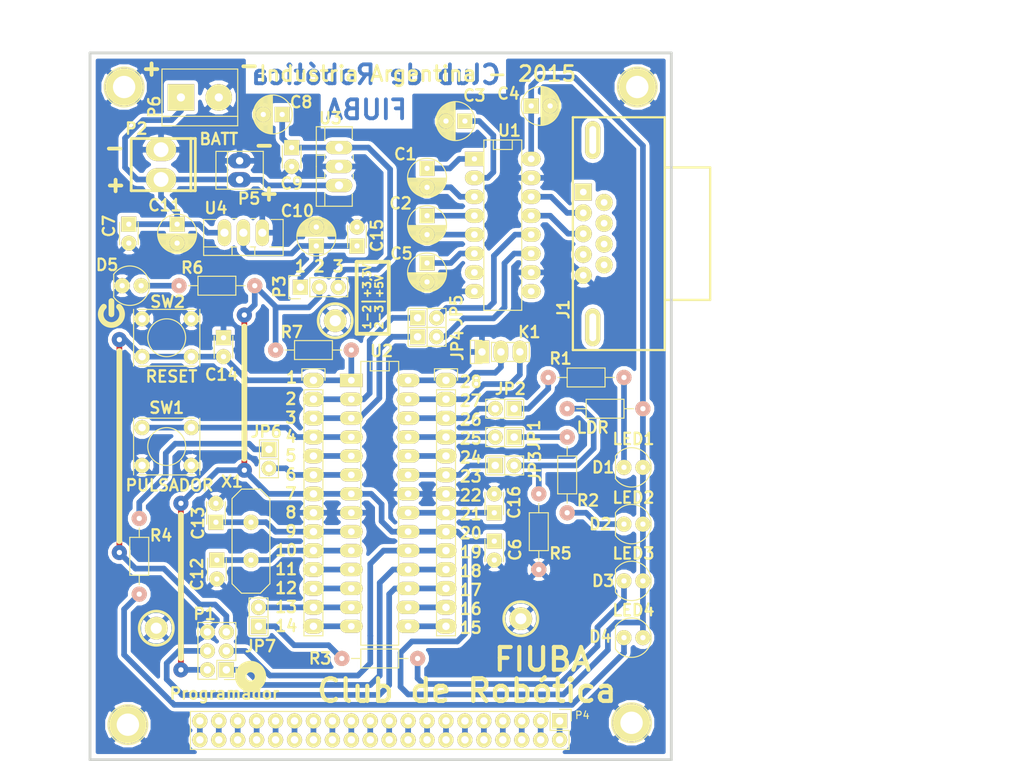
<source format=kicad_pcb>
(kicad_pcb (version 4) (host pcbnew 0.201503150816+5513~22~ubuntu14.04.1-product)
  (title_block (title "Placa de desarrollo para AVR") (date "21 mar 2012") (rev 1.0) (company "Club de Robótica - Facultad de Ingeniería - UBA") (comment 1 "Patricio Tula - Ernesto Corbellini - Ariel Burman") (comment 2 "Tomás Gonzalez - Lucas Chiesa"))
  (layers (0 Front signal) (31 Back signal) (34 B.Paste user) (35 F.Paste user) (36 B.SilkS user) (37 F.SilkS user) (38 B.Mask user) (39 F.Mask user) (44 Edge.Cuts user))
  (net 0 "")
  (net 1 +3.3V)
  (net 2 +5V)
  (net 3 /AREF)
  (net 4 /AT_10)
  (net 5 /AT_11)
  (net 6 /AT_12)
  (net 7 /AT_14)
  (net 8 /AT_15)
  (net 9 /AT_16)
  (net 10 /AT_24)
  (net 11 /AT_5)
  (net 12 /AT_9)
  (net 13 /BOTON)
  (net 14 /CONN_RX)
  (net 15 /CONN_TX)
  (net 16 /LDR)
  (net 17 /LED1)
  (net 18 /LED2)
  (net 19 /LED3)
  (net 20 /LED4)
  (net 21 /MISO)
  (net 22 /MOSI)
  (net 23 /RESET)
  (net 24 /RXD)
  (net 25 /SCK)
  (net 26 /SCL)
  (net 27 /SDA)
  (net 28 /TXD)
  (net 29 GND)
  (net 30 VCC)
  (net 31 VDD)
  (net 32 "Net-(C1-Pad1)")
  (net 33 "Net-(C1-Pad2)")
  (net 34 "Net-(C2-Pad1)")
  (net 35 "Net-(C2-Pad2)")
  (net 36 "Net-(C3-Pad1)")
  (net 37 "Net-(C5-Pad1)")
  (net 38 "Net-(D1-Pad2)")
  (net 39 "Net-(D2-Pad2)")
  (net 40 "Net-(D3-Pad2)")
  (net 41 "Net-(D4-Pad2)")
  (net 42 "Net-(D5-Pad1)")
  (net 43 "Net-(JP1-Pad1)")
  (net 44 "Net-(JP2-Pad1)")
  (net 45 "Net-(JP4-Pad2)")
  (net 46 "Net-(JP5-Pad2)")
  (net 47 "Net-(JP6-Pad1)")
  (net 48 "Net-(JP7-Pad1)")
  (net 49 /CC01)
  (net 50 /CC02)
  (net 51 /CC03)
  (net 52 /CC04)
  (net 53 /CC05)
  (net 54 /CC06)
  (net 55 /CC07)
  (net 56 /CC08)
  (net 57 /CC09)
  (net 58 /CC10)
  (net 59 /CC11)
  (net 60 /CC12)
  (net 61 /CC13)
  (net 62 /CC14)
  (net 63 /CC15)
  (net 64 /CC16)
  (net 65 /CC17)
  (net 66 /CC18)
  (net 67 /CC19)
  (net 68 /CC20)
  (net 69 "Net-(JP3-Pad2)")
  (module LEDs:LED-3MM (layer Front) (at 107.0356 86.4616 180)
    (fp_text reference D5 (at 3.302 2.794 180) (layer F.SilkS) (effects (font (thickness 0.3048))))
    (fp_text value ON hide)
    (pad 1 thru_hole circle (at -1.27 0 180) (size 2.032 2.032) (drill 0.7) (layers *.Cu *.Mask F.SilkS) (net 42 "Net-(D5-Pad1)"))
    (pad 2 thru_hole circle (at 1.27 0 180) (size 2.032 2.032) (drill 0.7) (layers *.Cu *.Mask F.SilkS) (net 29 GND))
  )
  (module LEDs:LED-3MM (layer Front) (at 174.3456 133.7056 180)
    (fp_text reference D4 (at 4.445 0.127 180) (layer F.SilkS) (effects (font (thickness 0.3048))))
    (fp_text value LED4 (at 0 3.683 180) (layer F.SilkS) (effects (font (thickness 0.3048))))
    (pad 1 thru_hole circle (at -1.27 0 180) (size 2.032 2.032) (drill 0.7) (layers *.Cu *.Mask F.SilkS) (net 30 VCC))
    (pad 2 thru_hole circle (at 1.27 0 180) (size 2.032 2.032) (drill 0.7) (layers *.Cu *.Mask F.SilkS) (net 41 "Net-(D4-Pad2)"))
  )
  (module LEDs:LED-3MM (layer Front) (at 174.3456 126.0856 180)
    (fp_text reference D3 (at 4.064 0 180) (layer F.SilkS) (effects (font (thickness 0.3048))))
    (fp_text value LED3 (at 0 3.683 180) (layer F.SilkS) (effects (font (thickness 0.3048))))
    (pad 1 thru_hole circle (at -1.27 0 180) (size 2.032 2.032) (drill 0.7) (layers *.Cu *.Mask F.SilkS) (net 30 VCC))
    (pad 2 thru_hole circle (at 1.27 0 180) (size 2.032 2.032) (drill 0.7) (layers *.Cu *.Mask F.SilkS) (net 40 "Net-(D3-Pad2)"))
  )
  (module LEDs:LED-3MM (layer Front) (at 174.3456 118.4656 180)
    (fp_text reference D2 (at 4.445 0 180) (layer F.SilkS) (effects (font (thickness 0.3048))))
    (fp_text value LED2 (at 0 3.556 180) (layer F.SilkS) (effects (font (thickness 0.3048))))
    (pad 1 thru_hole circle (at -1.27 0 180) (size 2.032 2.032) (drill 0.7) (layers *.Cu *.Mask F.SilkS) (net 30 VCC))
    (pad 2 thru_hole circle (at 1.27 0 180) (size 2.032 2.032) (drill 0.7) (layers *.Cu *.Mask F.SilkS) (net 39 "Net-(D2-Pad2)"))
  )
  (module LEDs:LED-3MM (layer Front) (at 174.3456 110.8456 180)
    (fp_text reference D1 (at 4.064 0 180) (layer F.SilkS) (effects (font (thickness 0.3048))))
    (fp_text value LED1 (at 0 3.81 180) (layer F.SilkS) (effects (font (thickness 0.3048))))
    (pad 1 thru_hole circle (at -1.27 0 180) (size 2.032 2.032) (drill 0.7) (layers *.Cu *.Mask F.SilkS) (net 30 VCC))
    (pad 2 thru_hole circle (at 1.27 0 180) (size 2.032 2.032) (drill 0.7) (layers *.Cu *.Mask F.SilkS) (net 38 "Net-(D1-Pad2)"))
  )
  (module Connect:PINHEAD1-2 (layer Front) (at 121.5136 70.9676 90)
    (fp_text reference P5 (at -3.81 1.27 360) (layer F.SilkS) (effects (font (thickness 0.3048))))
    (fp_text value BATT hide)
    (pad 1 thru_hole oval (at -1.27 0 90) (size 2.032 3.048) (drill 1) (layers *.Cu *.Mask) (net 31 VDD))
    (pad 2 thru_hole oval (at 1.27 0 90) (size 2.032 3.048) (drill 1) (layers *.Cu *.Mask) (net 29 GND))
  )
  (module Capacitors_ThroughHole:C_Disc_D3_P2.5 (layer Front) (at 119.3546 93.4466 270)
    (fp_text reference C14 (at 4.953 0.254 360) (layer F.SilkS) (effects (font (thickness 0.3048))))
    (fp_text value 100nF hide)
    (pad 1 thru_hole rect (at 0 0 270) (size 2.032 2.032) (drill 0.7) (layers *.Cu *.Mask F.SilkS) (net 29 GND))
    (pad 2 thru_hole circle (at 2.54 0 270) (size 2.032 2.032) (drill 0.7) (layers *.Cu *.Mask F.SilkS) (net 23 /RESET))
  )
  (module Capacitors_ThroughHole:C_Disc_D3_P2.5 (layer Front) (at 128.4986 67.9196 270)
    (fp_text reference C9 (at 4.826 0 540) (layer F.SilkS) (effects (font (thickness 0.3048))))
    (fp_text value 100nF hide)
    (pad 1 thru_hole rect (at 0 0 270) (size 2.032 2.032) (drill 0.7) (layers *.Cu *.Mask F.SilkS) (net 2 +5V))
    (pad 2 thru_hole circle (at 2.54 0 270) (size 2.032 2.032) (drill 0.7) (layers *.Cu *.Mask F.SilkS) (net 29 GND))
  )
  (module Capacitors_ThroughHole:C_Disc_D3_P2.5 (layer Front) (at 106.6546 78.2066 270)
    (fp_text reference C7 (at 0.254 2.667 450) (layer F.SilkS) (effects (font (thickness 0.3048))))
    (fp_text value 100nF hide)
    (pad 1 thru_hole rect (at 0 0 270) (size 2.032 2.032) (drill 0.7) (layers *.Cu *.Mask F.SilkS) (net 31 VDD))
    (pad 2 thru_hole circle (at 2.54 0 270) (size 2.032 2.032) (drill 0.7) (layers *.Cu *.Mask F.SilkS) (net 29 GND))
  )
  (module Capacitors_ThroughHole:C_Disc_D3_P2.5 (layer Front) (at 137.2616 81.1276 90)
    (fp_text reference C15 (at 1.397 2.667 270) (layer F.SilkS) (effects (font (thickness 0.3048))))
    (fp_text value 100nF hide)
    (pad 1 thru_hole rect (at 0 0 90) (size 2.032 2.032) (drill 0.7) (layers *.Cu *.Mask F.SilkS) (net 1 +3.3V))
    (pad 2 thru_hole circle (at 2.54 0 90) (size 2.032 2.032) (drill 0.7) (layers *.Cu *.Mask F.SilkS) (net 29 GND))
  )
  (module Capacitors_ThroughHole:C_Disc_D3_P2.5 (layer Front) (at 118.4656 123.2916 270)
    (fp_text reference C12 (at 1.905 2.667 270) (layer F.SilkS) (effects (font (thickness 0.3048))))
    (fp_text value 15p hide)
    (pad 1 thru_hole rect (at 0 0 270) (size 2.032 2.032) (drill 0.7) (layers *.Cu *.Mask F.SilkS) (net 4 /AT_10))
    (pad 2 thru_hole circle (at 2.54 0 270) (size 2.032 2.032) (drill 0.7) (layers *.Cu *.Mask F.SilkS) (net 29 GND))
  )
  (module Capacitors_ThroughHole:C_Disc_D3_P2.5 (layer Front) (at 155.6766 116.9416 90)
    (fp_text reference C16 (at 1.397 2.667 270) (layer F.SilkS) (effects (font (thickness 0.3048))))
    (fp_text value 100nF hide)
    (pad 1 thru_hole rect (at 0 0 90) (size 2.032 2.032) (drill 0.7) (layers *.Cu *.Mask F.SilkS) (net 3 /AREF))
    (pad 2 thru_hole circle (at 2.54 0 90) (size 2.032 2.032) (drill 0.7) (layers *.Cu *.Mask F.SilkS) (net 29 GND))
  )
  (module Capacitors_ThroughHole:C_Disc_D3_P2.5 (layer Front) (at 155.6766 120.7516 270)
    (fp_text reference C6 (at 1.143 -2.794 270) (layer F.SilkS) (effects (font (thickness 0.3048))))
    (fp_text value 100nF hide)
    (pad 1 thru_hole rect (at 0 0 270) (size 2.032 2.032) (drill 0.7) (layers *.Cu *.Mask F.SilkS) (net 30 VCC))
    (pad 2 thru_hole circle (at 2.54 0 270) (size 2.032 2.032) (drill 0.7) (layers *.Cu *.Mask F.SilkS) (net 29 GND))
  )
  (module Capacitors_ThroughHole:C_Disc_D3_P2.5 (layer Front) (at 118.3386 118.2116 90)
    (fp_text reference C13 (at -0.127 -2.413 90) (layer F.SilkS) (effects (font (thickness 0.3048))))
    (fp_text value 15p hide)
    (pad 1 thru_hole rect (at 0 0 90) (size 2.032 2.032) (drill 0.7) (layers *.Cu *.Mask F.SilkS) (net 12 /AT_9))
    (pad 2 thru_hole circle (at 2.54 0 90) (size 2.032 2.032) (drill 0.7) (layers *.Cu *.Mask F.SilkS) (net 29 GND))
  )
  (module Discret:SW_PUSH_SMALL (layer Front) (at 111.7346 108.0516 180)
    (fp_text reference SW1 (at 0 5.207 180) (layer F.SilkS) (effects (font (thickness 0.3048))))
    (fp_text value PULSADOR (at -0.381 -5.207 180) (layer F.SilkS) (effects (font (thickness 0.3048))))
    (pad 1 thru_hole circle (at 3.302 -2.54 180) (size 2.032 2.032) (drill 1) (layers *.Cu *.Mask F.SilkS) (net 29 GND))
    (pad 2 thru_hole circle (at 3.302 2.54 180) (size 2.032 2.032) (drill 1) (layers *.Cu *.Mask F.SilkS) (net 13 /BOTON))
    (pad 1 thru_hole circle (at -3.302 -2.54 180) (size 2.032 2.032) (drill 1) (layers *.Cu *.Mask F.SilkS) (net 29 GND))
    (pad 2 thru_hole circle (at -3.302 2.54 180) (size 2.032 2.032) (drill 1) (layers *.Cu *.Mask F.SilkS) (net 13 /BOTON))
  )
  (module Discret:SW_PUSH_SMALL (layer Front) (at 111.7346 93.4466)
    (fp_text reference SW2 (at 0.127 -4.826) (layer F.SilkS) (effects (font (thickness 0.3048))))
    (fp_text value RESET (at 0.635 5.207) (layer F.SilkS) (effects (font (thickness 0.3048))))
    (pad 1 thru_hole circle (at 3.302 -2.54) (size 2.032 2.032) (drill 1) (layers *.Cu *.Mask F.SilkS) (net 29 GND))
    (pad 2 thru_hole circle (at 3.302 2.54) (size 2.032 2.032) (drill 1) (layers *.Cu *.Mask F.SilkS) (net 23 /RESET))
    (pad 1 thru_hole circle (at -3.302 -2.54) (size 2.032 2.032) (drill 1) (layers *.Cu *.Mask F.SilkS) (net 29 GND))
    (pad 2 thru_hole circle (at -3.302 2.54) (size 2.032 2.032) (drill 1) (layers *.Cu *.Mask F.SilkS) (net 23 /RESET))
  )
  (module Socket_Strips:Socket_Strip_Straight_2x20 (layer Front) (at 164.4396 144.8816)
    (fp_text reference P4 (at 3.048 -0.762) (layer F.SilkS))
    (fp_text value CONN_02X20 hide)
    (pad 1 thru_hole rect (at 0 0 180) (size 2.032 2.032) (drill 1) (layers *.Cu *.Mask F.SilkS) (net 49 /CC01))
    (pad 2 thru_hole circle (at 0 2.54 180) (size 2.032 2.032) (drill 1) (layers *.Cu *.Mask F.SilkS) (net 49 /CC01))
    (pad 3 thru_hole circle (at -2.54 0 180) (size 2.032 2.032) (drill 1) (layers *.Cu *.Mask F.SilkS) (net 50 /CC02))
    (pad 4 thru_hole circle (at -2.54 2.54 180) (size 2.032 2.032) (drill 1) (layers *.Cu *.Mask F.SilkS) (net 50 /CC02))
    (pad 5 thru_hole circle (at -5.08 0 180) (size 2.032 2.032) (drill 1) (layers *.Cu *.Mask F.SilkS) (net 51 /CC03))
    (pad 6 thru_hole circle (at -5.08 2.54 180) (size 2.032 2.032) (drill 1) (layers *.Cu *.Mask F.SilkS) (net 51 /CC03))
    (pad 7 thru_hole circle (at -7.62 0 180) (size 2.032 2.032) (drill 1) (layers *.Cu *.Mask F.SilkS) (net 52 /CC04))
    (pad 8 thru_hole circle (at -7.62 2.54 180) (size 2.032 2.032) (drill 1) (layers *.Cu *.Mask F.SilkS) (net 52 /CC04))
    (pad 9 thru_hole circle (at -10.16 0 180) (size 2.032 2.032) (drill 1) (layers *.Cu *.Mask F.SilkS) (net 53 /CC05))
    (pad 10 thru_hole circle (at -10.16 2.54 180) (size 2.032 2.032) (drill 1) (layers *.Cu *.Mask F.SilkS) (net 53 /CC05))
    (pad 11 thru_hole circle (at -12.7 0 180) (size 2.032 2.032) (drill 1) (layers *.Cu *.Mask F.SilkS) (net 54 /CC06))
    (pad 12 thru_hole circle (at -12.7 2.54 180) (size 2.032 2.032) (drill 1) (layers *.Cu *.Mask F.SilkS) (net 54 /CC06))
    (pad 13 thru_hole circle (at -15.24 0 180) (size 2.032 2.032) (drill 1) (layers *.Cu *.Mask F.SilkS) (net 55 /CC07))
    (pad 14 thru_hole circle (at -15.24 2.54 180) (size 2.032 2.032) (drill 1) (layers *.Cu *.Mask F.SilkS) (net 55 /CC07))
    (pad 15 thru_hole circle (at -17.78 0 180) (size 2.032 2.032) (drill 1) (layers *.Cu *.Mask F.SilkS) (net 56 /CC08))
    (pad 16 thru_hole circle (at -17.78 2.54 180) (size 2.032 2.032) (drill 1) (layers *.Cu *.Mask F.SilkS) (net 56 /CC08))
    (pad 17 thru_hole circle (at -20.32 0 180) (size 2.032 2.032) (drill 1) (layers *.Cu *.Mask F.SilkS) (net 57 /CC09))
    (pad 18 thru_hole circle (at -20.32 2.54 180) (size 2.032 2.032) (drill 1) (layers *.Cu *.Mask F.SilkS) (net 57 /CC09))
    (pad 19 thru_hole circle (at -22.86 0 180) (size 2.032 2.032) (drill 1) (layers *.Cu *.Mask F.SilkS) (net 58 /CC10))
    (pad 20 thru_hole circle (at -22.86 2.54 180) (size 2.032 2.032) (drill 1) (layers *.Cu *.Mask F.SilkS) (net 58 /CC10))
    (pad 21 thru_hole circle (at -25.4 0 180) (size 2.032 2.032) (drill 1) (layers *.Cu *.Mask F.SilkS) (net 59 /CC11))
    (pad 22 thru_hole circle (at -25.4 2.54 180) (size 2.032 2.032) (drill 1) (layers *.Cu *.Mask F.SilkS) (net 59 /CC11))
    (pad 23 thru_hole circle (at -27.94 0 180) (size 2.032 2.032) (drill 1) (layers *.Cu *.Mask F.SilkS) (net 60 /CC12))
    (pad 24 thru_hole circle (at -27.94 2.54 180) (size 2.032 2.032) (drill 1) (layers *.Cu *.Mask F.SilkS) (net 60 /CC12))
    (pad 25 thru_hole circle (at -30.48 0 180) (size 2.032 2.032) (drill 1) (layers *.Cu *.Mask F.SilkS) (net 61 /CC13))
    (pad 26 thru_hole circle (at -30.48 2.54 180) (size 2.032 2.032) (drill 1) (layers *.Cu *.Mask F.SilkS) (net 61 /CC13))
    (pad 27 thru_hole circle (at -33.02 0 180) (size 2.032 2.032) (drill 1) (layers *.Cu *.Mask F.SilkS) (net 62 /CC14))
    (pad 28 thru_hole circle (at -33.02 2.54 180) (size 2.032 2.032) (drill 1) (layers *.Cu *.Mask F.SilkS) (net 62 /CC14))
    (pad 29 thru_hole circle (at -35.56 0 180) (size 2.032 2.032) (drill 1) (layers *.Cu *.Mask F.SilkS) (net 63 /CC15))
    (pad 30 thru_hole circle (at -35.56 2.54 180) (size 2.032 2.032) (drill 1) (layers *.Cu *.Mask F.SilkS) (net 63 /CC15))
    (pad 31 thru_hole circle (at -38.1 0 180) (size 2.032 2.032) (drill 1) (layers *.Cu *.Mask F.SilkS) (net 64 /CC16))
    (pad 32 thru_hole circle (at -38.1 2.54 180) (size 2.032 2.032) (drill 1) (layers *.Cu *.Mask F.SilkS) (net 64 /CC16))
    (pad 33 thru_hole circle (at -40.64 0 180) (size 2.032 2.032) (drill 1) (layers *.Cu *.Mask F.SilkS) (net 65 /CC17))
    (pad 34 thru_hole circle (at -40.64 2.54 180) (size 2.032 2.032) (drill 1) (layers *.Cu *.Mask F.SilkS) (net 65 /CC17))
    (pad 35 thru_hole circle (at -43.18 0 180) (size 2.032 2.032) (drill 1) (layers *.Cu *.Mask F.SilkS) (net 66 /CC18))
    (pad 36 thru_hole circle (at -43.18 2.54 180) (size 2.032 2.032) (drill 1) (layers *.Cu *.Mask F.SilkS) (net 66 /CC18))
    (pad 37 thru_hole circle (at -45.72 0 180) (size 2.032 2.032) (drill 1) (layers *.Cu *.Mask F.SilkS) (net 67 /CC19))
    (pad 38 thru_hole circle (at -45.72 2.54 180) (size 2.032 2.032) (drill 1) (layers *.Cu *.Mask F.SilkS) (net 67 /CC19))
    (pad 39 thru_hole circle (at -48.26 0 180) (size 2.032 2.032) (drill 1) (layers *.Cu *.Mask F.SilkS) (net 68 /CC20))
    (pad 40 thru_hole circle (at -48.26 2.54 180) (size 2.032 2.032) (drill 1) (layers *.Cu *.Mask F.SilkS) (net 68 /CC20))
  )
  (module Popurri_CDR:DB9-F (layer Front) (at 167.6146 79.4766 270)
    (fp_text reference J1 (at 10.16 2.667 270) (layer F.SilkS) (effects (font (thickness 0.3048))))
    (fp_text value DB9 hide)
    (pad "" thru_hole circle (at -13.97 -1.27 270) (size 0.9 0.9) (drill 0.9) (layers *.Cu *.Mask F.SilkS))
    (pad "" thru_hole oval (at -12.573 -1.27 270) (size 5.08 2.032) (drill oval 3.7084 0.9) (layers *.Cu *.Mask F.SilkS))
    (pad "" thru_hole circle (at -12.573 -1.27 270) (size 0.9 0.9) (drill 0.9) (layers *.Cu *.Mask F.SilkS))
    (pad "" thru_hole circle (at -11.176 -1.27 270) (size 0.9 0.9) (drill 0.9) (layers *.Cu *.Mask F.SilkS))
    (pad "" thru_hole circle (at 13.97 -1.27 270) (size 0.9 0.9) (drill 0.9) (layers *.Cu *.Mask F.SilkS))
    (pad "" thru_hole circle (at 12.573 -1.27 270) (size 0.9 0.9) (drill 0.9) (layers *.Cu *.Mask F.SilkS))
    (pad "" thru_hole oval (at 12.573 -1.27 270) (size 5.08 2.032) (drill oval 3.7084 0.9) (layers *.Cu *.Mask F.SilkS))
    (pad 5 thru_hole circle (at 5.588 0 270) (size 2.286 2.286) (drill 0.9) (layers *.Cu *.Mask F.SilkS) (net 29 GND))
    (pad 4 thru_hole circle (at 2.794 0 270) (size 2.286 2.286) (drill 0.9) (layers *.Cu *.Mask F.SilkS))
    (pad 3 thru_hole circle (at 0 0 270) (size 2.286 2.286) (drill 0.9) (layers *.Cu *.Mask F.SilkS) (net 15 /CONN_TX))
    (pad 2 thru_hole circle (at -2.794 0 270) (size 2.286 2.286) (drill 0.9) (layers *.Cu *.Mask F.SilkS) (net 14 /CONN_RX))
    (pad 1 thru_hole rect (at -5.588 0 270) (size 2.286 2.286) (drill 0.9) (layers *.Cu *.Mask F.SilkS))
    (pad 6 thru_hole circle (at -4.191 -2.794 270) (size 2.286 2.286) (drill 0.9) (layers *.Cu *.Mask F.SilkS))
    (pad 7 thru_hole circle (at -1.397 -2.794 270) (size 2.286 2.286) (drill 0.9) (layers *.Cu *.Mask F.SilkS))
    (pad 8 thru_hole circle (at 1.397 -2.794 270) (size 2.286 2.286) (drill 0.9) (layers *.Cu *.Mask F.SilkS))
    (pad 9 thru_hole circle (at 4.191 -2.794 270) (size 2.286 2.286) (drill 0.9) (layers *.Cu *.Mask F.SilkS))
    (pad "" thru_hole circle (at 11.176 -1.27 270) (size 0.9 0.9) (drill 0.9) (layers *.Cu *.Mask F.SilkS))
  )
  (module 1pin (layer Front) (at 134.3406 91.1606)
    (fp_text reference 1PIN hide)
    (fp_text value P*** hide)
    (pad 1 thru_hole circle (at 0 0) (size 3.048 3.048) (drill 1.5) (layers *.Cu *.Mask F.SilkS) (net 29 GND))
  )
  (module 1pin (layer Front) (at 106.0196 59.7916)
    (fp_text reference 1PIN hide)
    (fp_text value P*** hide)
    (pad 1 thru_hole circle (at 0 0) (size 5.08 5.08) (drill 3) (layers *.Cu *.Mask F.SilkS) (net 29 GND))
  )
  (module 1pin (layer Front) (at 174.0916 145.1356)
    (fp_text reference 1PIN hide)
    (fp_text value P*** hide)
    (pad 1 thru_hole circle (at 0 0) (size 5.08 5.08) (drill 3) (layers *.Cu *.Mask F.SilkS) (net 29 GND))
  )
  (module 1pin (layer Front) (at 174.8536 59.7916)
    (fp_text reference 1PIN hide)
    (fp_text value P*** hide)
    (pad 1 thru_hole circle (at 0 0) (size 5.08 5.08) (drill 3) (layers *.Cu *.Mask F.SilkS) (net 29 GND))
  )
  (module 1pin (layer Front) (at 106.5276 145.3896)
    (fp_text reference 1PIN hide)
    (fp_text value P*** hide)
    (pad 1 thru_hole circle (at 0 0) (size 5.08 5.08) (drill 3) (layers *.Cu *.Mask F.SilkS) (net 29 GND))
  )
  (module Socket_Strips:Socket_Strip_Straight_2x03 (layer Front) (at 119.7356 138.0236 270)
    (fp_text reference P1 (at -7.493 2.921 360) (layer F.SilkS) (effects (font (thickness 0.3048))))
    (fp_text value CONN_3X2 hide)
    (pad 1 thru_hole rect (at 0 0 90) (size 2.032 2.032) (drill 1) (layers *.Cu *.Mask F.SilkS) (net 21 /MISO))
    (pad 2 thru_hole circle (at 0 2.54 90) (size 2.032 2.032) (drill 1) (layers *.Cu *.Mask F.SilkS) (net 30 VCC))
    (pad 3 thru_hole circle (at -2.54 0 90) (size 2.032 2.032) (drill 1) (layers *.Cu *.Mask F.SilkS) (net 25 /SCK))
    (pad 4 thru_hole circle (at -2.54 2.54 90) (size 2.032 2.032) (drill 1) (layers *.Cu *.Mask F.SilkS) (net 22 /MOSI))
    (pad 5 thru_hole circle (at -5.08 0 90) (size 2.032 2.032) (drill 1) (layers *.Cu *.Mask F.SilkS) (net 23 /RESET))
    (pad 6 thru_hole circle (at -5.08 2.54 90) (size 2.032 2.032) (drill 1) (layers *.Cu *.Mask F.SilkS) (net 29 GND))
  )
  (module 1pin (layer Front) (at 159.2326 131.1656)
    (fp_text reference 1PIN hide)
    (fp_text value P*** hide)
    (pad 1 thru_hole circle (at 0 0) (size 3.048 3.048) (drill 1.5) (layers *.Cu *.Mask F.SilkS) (net 29 GND))
  )
  (module 1pin (layer Front) (at 110.3376 132.4356)
    (fp_text reference 1PIN hide)
    (fp_text value P*** hide)
    (pad 1 thru_hole circle (at 0 0) (size 3.048 3.048) (drill 1.5) (layers *.Cu *.Mask F.SilkS) (net 29 GND))
  )
  (module Socket_Strips:Socket_Strip_Straight_1x02 (layer Front) (at 157.0736 106.7816)
    (fp_text reference JP1 (at 3.937 -0.254 270) (layer F.SilkS) (effects (font (thickness 0.3048))))
    (fp_text value JUMPER hide)
    (pad 1 thru_hole rect (at 1.27 0 180) (size 2.032 2.032) (drill 1) (layers *.Cu *.Mask F.SilkS) (net 43 "Net-(JP1-Pad1)"))
    (pad 2 thru_hole oval (at -1.27 0 180) (size 2.032 2.032) (drill 1) (layers *.Cu *.Mask F.SilkS) (net 18 /LED2))
  )
  (module Socket_Strips:Socket_Strip_Straight_1x02 (layer Front) (at 157.0736 102.9716)
    (fp_text reference JP2 (at 0.762 -2.667 180) (layer F.SilkS) (effects (font (thickness 0.3048))))
    (fp_text value JUMPER hide)
    (pad 1 thru_hole rect (at 1.27 0 180) (size 2.032 2.032) (drill 1) (layers *.Cu *.Mask F.SilkS) (net 44 "Net-(JP2-Pad1)"))
    (pad 2 thru_hole oval (at -1.27 0 180) (size 2.032 2.032) (drill 1) (layers *.Cu *.Mask F.SilkS) (net 17 /LED1))
  )
  (module Socket_Strips:Socket_Strip_Straight_1x02 (layer Front) (at 157.0736 110.5916 180)
    (fp_text reference JP3 (at -4.064 -0.127 270) (layer F.SilkS) (effects (font (thickness 0.3048))))
    (fp_text value JUMPER hide)
    (pad 1 thru_hole rect (at 1.27 0) (size 2.032 2.032) (drill 1) (layers *.Cu *.Mask F.SilkS) (net 16 /LDR))
    (pad 2 thru_hole oval (at -1.27 0) (size 2.032 2.032) (drill 1) (layers *.Cu *.Mask F.SilkS) (net 69 "Net-(JP3-Pad2)"))
  )
  (module Socket_Strips:Socket_Strip_Straight_1x02 (layer Front) (at 146.6596 93.3196 180)
    (fp_text reference JP4 (at -4.064 -1.143 450) (layer F.SilkS) (effects (font (thickness 0.3048))))
    (fp_text value JUMPER hide)
    (pad 1 thru_hole rect (at 1.27 0) (size 2.032 2.032) (drill 1) (layers *.Cu *.Mask F.SilkS) (net 28 /TXD))
    (pad 2 thru_hole oval (at -1.27 0) (size 2.032 2.032) (drill 1) (layers *.Cu *.Mask F.SilkS) (net 45 "Net-(JP4-Pad2)"))
  )
  (module Socket_Strips:Socket_Strip_Straight_1x02 (layer Front) (at 146.6596 90.7796 180)
    (fp_text reference JP5 (at -3.937 1.016 450) (layer F.SilkS) (effects (font (thickness 0.3048))))
    (fp_text value JUMPER hide)
    (pad 1 thru_hole rect (at 1.27 0) (size 2.032 2.032) (drill 1) (layers *.Cu *.Mask F.SilkS) (net 24 /RXD))
    (pad 2 thru_hole oval (at -1.27 0) (size 2.032 2.032) (drill 1) (layers *.Cu *.Mask F.SilkS) (net 46 "Net-(JP5-Pad2)"))
  )
  (module Socket_Strips:Socket_Strip_Straight_1x02 (layer Front) (at 125.4506 109.7026 90)
    (fp_text reference JP6 (at 3.6576 -0.3556 180) (layer F.SilkS) (effects (font (thickness 0.3048))))
    (fp_text value JUMPER hide)
    (pad 1 thru_hole rect (at 1.27 0 270) (size 2.032 2.032) (drill 1) (layers *.Cu *.Mask F.SilkS) (net 47 "Net-(JP6-Pad1)"))
    (pad 2 thru_hole oval (at -1.27 0 270) (size 2.032 2.032) (drill 1) (layers *.Cu *.Mask F.SilkS) (net 20 /LED4))
  )
  (module Socket_Strips:Socket_Strip_Straight_1x02 (layer Front) (at 124.0536 130.9116 270)
    (fp_text reference JP7 (at 3.937 -0.254 360) (layer F.SilkS) (effects (font (thickness 0.3048))))
    (fp_text value JUMPER hide)
    (pad 1 thru_hole rect (at 1.27 0 90) (size 2.032 2.032) (drill 1) (layers *.Cu *.Mask F.SilkS) (net 48 "Net-(JP7-Pad1)"))
    (pad 2 thru_hole oval (at -1.27 0 90) (size 2.032 2.032) (drill 1) (layers *.Cu *.Mask F.SilkS) (net 19 /LED3))
  )
  (module Connect:bornier2 (layer Front) (at 116.1796 61.1886)
    (fp_text reference P6 (at -6.096 1.27 90) (layer F.SilkS) (effects (font (thickness 0.3048))))
    (fp_text value BATT hide)
    (pad 1 thru_hole rect (at -2.54 0) (size 3.556 3.556) (drill 1.1) (layers *.Cu *.Mask F.SilkS) (net 31 VDD))
    (pad 2 thru_hole circle (at 2.54 0) (size 3.556 3.556) (drill 1.1) (layers *.Cu *.Mask F.SilkS) (net 29 GND))
  )
  (module Socket_Strips:Socket_Strip_Straight_1x14 (layer Front) (at 131.4196 99.1616 270)
    (fp_text reference CONN1 hide)
    (fp_text value CONN_14 hide)
    (pad 1 thru_hole oval (at 0 0 270) (size 1.9812 2.794) (drill 1) (layers *.Cu *.Mask F.SilkS) (net 23 /RESET))
    (pad 2 thru_hole oval (at 2.54 0 270) (size 1.9812 2.794) (drill 1) (layers *.Cu *.Mask F.SilkS) (net 24 /RXD))
    (pad 3 thru_hole oval (at 5.08 0 270) (size 1.9812 2.794) (drill 1) (layers *.Cu *.Mask F.SilkS) (net 28 /TXD))
    (pad 4 thru_hole oval (at 7.62 0 270) (size 1.9812 2.794) (drill 1) (layers *.Cu *.Mask F.SilkS) (net 13 /BOTON))
    (pad 5 thru_hole oval (at 10.16 0 270) (size 1.9812 2.794) (drill 1) (layers *.Cu *.Mask F.SilkS) (net 11 /AT_5))
    (pad 6 thru_hole oval (at 12.7 0 270) (size 1.9812 2.794) (drill 1) (layers *.Cu *.Mask F.SilkS) (net 20 /LED4))
    (pad 7 thru_hole oval (at 15.24 0 270) (size 1.9812 2.794) (drill 1) (layers *.Cu *.Mask F.SilkS) (net 30 VCC))
    (pad 8 thru_hole oval (at 17.78 0 270) (size 1.9812 2.794) (drill 1) (layers *.Cu *.Mask F.SilkS) (net 29 GND))
    (pad 9 thru_hole oval (at 20.32 0 270) (size 1.9812 2.794) (drill 1) (layers *.Cu *.Mask F.SilkS) (net 12 /AT_9))
    (pad 10 thru_hole oval (at 22.86 0 270) (size 1.9812 2.794) (drill 1) (layers *.Cu *.Mask F.SilkS) (net 4 /AT_10))
    (pad 11 thru_hole oval (at 25.4 0 270) (size 1.9812 2.794) (drill 1) (layers *.Cu *.Mask F.SilkS) (net 5 /AT_11))
    (pad 12 thru_hole oval (at 27.94 0 270) (size 1.9812 2.794) (drill 1) (layers *.Cu *.Mask F.SilkS) (net 6 /AT_12))
    (pad 13 thru_hole oval (at 30.48 0 270) (size 1.9812 2.794) (drill 1) (layers *.Cu *.Mask F.SilkS) (net 19 /LED3))
    (pad 14 thru_hole oval (at 33.02 0 270) (size 1.9812 2.794) (drill 1) (layers *.Cu *.Mask F.SilkS) (net 7 /AT_14))
  )
  (module Socket_Strips:Socket_Strip_Straight_1x14 (layer Front) (at 149.1996 99.1616 270)
    (fp_text reference CONN2 hide)
    (fp_text value CONN_14 hide)
    (pad 1 thru_hole oval (at 0 0 270) (size 1.9812 2.794) (drill 1) (layers *.Cu *.Mask F.SilkS) (net 26 /SCL))
    (pad 2 thru_hole oval (at 2.54 0 270) (size 1.9812 2.794) (drill 1) (layers *.Cu *.Mask F.SilkS) (net 27 /SDA))
    (pad 3 thru_hole oval (at 5.08 0 270) (size 1.9812 2.794) (drill 1) (layers *.Cu *.Mask F.SilkS) (net 17 /LED1))
    (pad 4 thru_hole oval (at 7.62 0 270) (size 1.9812 2.794) (drill 1) (layers *.Cu *.Mask F.SilkS) (net 18 /LED2))
    (pad 5 thru_hole oval (at 10.16 0 270) (size 1.9812 2.794) (drill 1) (layers *.Cu *.Mask F.SilkS) (net 10 /AT_24))
    (pad 6 thru_hole oval (at 12.7 0 270) (size 1.9812 2.794) (drill 1) (layers *.Cu *.Mask F.SilkS) (net 16 /LDR))
    (pad 7 thru_hole oval (at 15.24 0 270) (size 1.9812 2.794) (drill 1) (layers *.Cu *.Mask F.SilkS) (net 29 GND))
    (pad 8 thru_hole oval (at 17.78 0 270) (size 1.9812 2.794) (drill 1) (layers *.Cu *.Mask F.SilkS) (net 3 /AREF))
    (pad 9 thru_hole oval (at 20.32 0 270) (size 1.9812 2.794) (drill 1) (layers *.Cu *.Mask F.SilkS) (net 30 VCC))
    (pad 10 thru_hole oval (at 22.86 0 270) (size 1.9812 2.794) (drill 1) (layers *.Cu *.Mask F.SilkS) (net 25 /SCK))
    (pad 11 thru_hole oval (at 25.4 0 270) (size 1.9812 2.794) (drill 1) (layers *.Cu *.Mask F.SilkS) (net 21 /MISO))
    (pad 12 thru_hole oval (at 27.94 0 270) (size 1.9812 2.794) (drill 1) (layers *.Cu *.Mask F.SilkS) (net 22 /MOSI))
    (pad 13 thru_hole oval (at 30.48 0 270) (size 1.9812 2.794) (drill 1) (layers *.Cu *.Mask F.SilkS) (net 9 /AT_16))
    (pad 14 thru_hole oval (at 33.02 0 270) (size 1.9812 2.794) (drill 1) (layers *.Cu *.Mask F.SilkS) (net 8 /AT_15))
  )
  (module Socket_Strips:Socket_Strip_Straight_1x03 (layer Front) (at 154.0256 95.3516)
    (fp_text reference K1 (at 6.35 -2.667) (layer F.SilkS) (effects (font (thickness 0.3048))))
    (fp_text value I2C hide)
    (pad 1 thru_hole rect (at 0 0) (size 1.9304 3.048) (drill 1) (layers *.Cu *.Mask F.SilkS) (net 29 GND))
    (pad 2 thru_hole oval (at 2.54 0) (size 1.9304 3.048) (drill 1) (layers *.Cu *.Mask F.SilkS) (net 26 /SCL))
    (pad 3 thru_hole oval (at 5.08 0) (size 1.9304 3.048) (drill 1) (layers *.Cu *.Mask F.SilkS) (net 27 /SDA))
  )
  (module Popurri_CDR:molex_2_recto (layer Front) (at 110.9726 70.2056 270)
    (fp_text reference P2 (at -4.826 3.302 360) (layer F.SilkS) (effects (font (thickness 0.3048))))
    (fp_text value BATT (at -3.429 -7.747 360) (layer F.SilkS) (effects (font (thickness 0.3048))))
    (pad 1 thru_hole oval (at 1.99898 0 270) (size 3.048 4.064) (drill 2) (layers *.Cu *.Mask F.SilkS) (net 31 VDD))
    (pad 2 thru_hole oval (at -1.99898 0 270) (size 3.048 4.064) (drill 2) (layers *.Cu *.Mask F.SilkS) (net 29 GND))
  )
  (module Socket_Strips:Socket_Strip_Straight_1x03 (layer Front) (at 129.667 86.6648)
    (fp_text reference P3 (at -2.8194 -0.0762 90) (layer F.SilkS) (effects (font (thickness 0.3048))))
    (fp_text value CONN_3 hide)
    (pad 1 thru_hole rect (at 0 0) (size 2.032 2.032) (drill 1) (layers *.Cu *.Mask F.SilkS) (net 1 +3.3V))
    (pad 2 thru_hole oval (at 2.54 0) (size 2.032 2.032) (drill 1) (layers *.Cu *.Mask F.SilkS) (net 30 VCC))
    (pad 3 thru_hole oval (at 5.08 0) (size 2.032 2.032) (drill 1) (layers *.Cu *.Mask F.SilkS) (net 2 +5V))
  )
  (module Resistors_ThroughHole:Resistor_Horizontal_RM10mm (layer Front) (at 167.9956 98.7806)
    (fp_text reference R1 (at -3.429 -2.54) (layer F.SilkS) (effects (font (thickness 0.3048))))
    (fp_text value 220 hide)
    (pad 1 thru_hole circle (at -5.08 0) (size 2.032 2.032) (drill 0.7) (layers *.Cu *.SilkS *.Mask) (net 44 "Net-(JP2-Pad1)"))
    (pad 2 thru_hole circle (at 5.08 0) (size 2.032 2.032) (drill 0.7) (layers *.Cu *.SilkS *.Mask) (net 38 "Net-(D1-Pad2)"))
  )
  (module Resistors_ThroughHole:Resistor_Horizontal_RM10mm (layer Front) (at 165.4556 111.8616 270)
    (fp_text reference R2 (at 3.429 -2.794 360) (layer F.SilkS) (effects (font (thickness 0.3048))))
    (fp_text value 220 hide)
    (pad 1 thru_hole circle (at -5.08 0 270) (size 2.032 2.032) (drill 0.7) (layers *.Cu *.SilkS *.Mask) (net 43 "Net-(JP1-Pad1)"))
    (pad 2 thru_hole circle (at 5.08 0 270) (size 2.032 2.032) (drill 0.7) (layers *.Cu *.SilkS *.Mask) (net 39 "Net-(D2-Pad2)"))
  )
  (module Resistors_ThroughHole:Resistor_Horizontal_RM10mm (layer Front) (at 140.3096 136.4996 180)
    (fp_text reference R3 (at 8.001 0 180) (layer F.SilkS) (effects (font (thickness 0.3048))))
    (fp_text value 220 hide)
    (pad 1 thru_hole circle (at -5.08 0 180) (size 2.032 2.032) (drill 0.7) (layers *.Cu *.SilkS *.Mask) (net 40 "Net-(D3-Pad2)"))
    (pad 2 thru_hole circle (at 5.08 0 180) (size 2.032 2.032) (drill 0.7) (layers *.Cu *.SilkS *.Mask) (net 48 "Net-(JP7-Pad1)"))
  )
  (module Resistors_ThroughHole:Resistor_Horizontal_RM10mm (layer Front) (at 108.0516 122.7836 270)
    (fp_text reference R4 (at -2.794 -2.921 360) (layer F.SilkS) (effects (font (thickness 0.3048))))
    (fp_text value 220 hide)
    (pad 1 thru_hole circle (at -5.08 0 270) (size 2.032 2.032) (drill 0.7) (layers *.Cu *.SilkS *.Mask) (net 47 "Net-(JP6-Pad1)"))
    (pad 2 thru_hole circle (at 5.08 0 270) (size 2.032 2.032) (drill 0.7) (layers *.Cu *.SilkS *.Mask) (net 41 "Net-(D4-Pad2)"))
  )
  (module Resistors_ThroughHole:Resistor_Horizontal_RM10mm (layer Front) (at 161.6456 119.4816 90)
    (fp_text reference R5 (at -2.921 2.921 180) (layer F.SilkS) (effects (font (thickness 0.3048))))
    (fp_text value 1K hide)
    (pad 1 thru_hole circle (at -5.08 0 90) (size 2.032 2.032) (drill 0.7) (layers *.Cu *.SilkS *.Mask) (net 29 GND))
    (pad 2 thru_hole circle (at 5.08 0 90) (size 2.032 2.032) (drill 0.7) (layers *.Cu *.SilkS *.Mask) (net 69 "Net-(JP3-Pad2)"))
  )
  (module Resistors_ThroughHole:Resistor_Horizontal_RM10mm (layer Front) (at 118.4656 86.4616)
    (fp_text reference R6 (at -3.302 -2.413) (layer F.SilkS) (effects (font (thickness 0.3048))))
    (fp_text value 220 hide)
    (pad 1 thru_hole circle (at -5.08 0) (size 2.032 2.032) (drill 0.7) (layers *.Cu *.SilkS *.Mask) (net 42 "Net-(D5-Pad1)"))
    (pad 2 thru_hole circle (at 5.08 0) (size 2.032 2.032) (drill 0.7) (layers *.Cu *.SilkS *.Mask) (net 30 VCC))
  )
  (module Resistors_ThroughHole:Resistor_Horizontal_RM10mm (layer Front) (at 131.4196 95.0976 180)
    (fp_text reference R7 (at 2.921 2.413 360) (layer F.SilkS) (effects (font (thickness 0.3048))))
    (fp_text value 10k hide)
    (pad 1 thru_hole circle (at -5.08 0 180) (size 2.032 2.032) (drill 0.7) (layers *.Cu *.SilkS *.Mask) (net 23 /RESET))
    (pad 2 thru_hole circle (at 5.08 0 180) (size 2.032 2.032) (drill 0.7) (layers *.Cu *.SilkS *.Mask) (net 30 VCC))
  )
  (module Sockets_DIP:DIP-16__300_ELL (layer Front) (at 156.8196 78.3336 270)
    (fp_text reference U1 (at -12.7 -0.889 360) (layer F.SilkS) (effects (font (thickness 0.3048))))
    (fp_text value MAX232 hide)
    (pad 1 thru_hole rect (at -8.89 3.81 270) (size 1.9304 2.54) (drill 0.7) (layers *.Cu *.Mask F.SilkS) (net 32 "Net-(C1-Pad1)"))
    (pad 2 thru_hole oval (at -6.35 3.81 270) (size 1.9304 2.54) (drill 0.9) (layers *.Cu *.Mask F.SilkS) (net 36 "Net-(C3-Pad1)"))
    (pad 3 thru_hole oval (at -3.81 3.81 270) (size 1.9304 2.54) (drill 0.9) (layers *.Cu *.Mask F.SilkS) (net 33 "Net-(C1-Pad2)"))
    (pad 4 thru_hole oval (at -1.27 3.81 270) (size 1.9304 2.54) (drill 0.9) (layers *.Cu *.Mask F.SilkS) (net 34 "Net-(C2-Pad1)"))
    (pad 5 thru_hole oval (at 1.27 3.81 270) (size 1.9304 2.54) (drill 0.9) (layers *.Cu *.Mask F.SilkS) (net 35 "Net-(C2-Pad2)"))
    (pad 6 thru_hole oval (at 3.81 3.81 270) (size 1.9304 2.54) (drill 0.9) (layers *.Cu *.Mask F.SilkS) (net 37 "Net-(C5-Pad1)"))
    (pad 7 thru_hole oval (at 6.35 3.81 270) (size 1.9304 2.54) (drill 0.9) (layers *.Cu *.Mask F.SilkS))
    (pad 8 thru_hole oval (at 8.89 3.81 270) (size 1.9304 2.54) (drill 0.9) (layers *.Cu *.Mask F.SilkS) (net 29 GND))
    (pad 9 thru_hole oval (at 8.89 -3.81 270) (size 1.9304 2.54) (drill 0.9) (layers *.Cu *.Mask F.SilkS))
    (pad 10 thru_hole oval (at 6.35 -3.81 270) (size 1.9304 2.54) (drill 0.9) (layers *.Cu *.Mask F.SilkS) (net 29 GND))
    (pad 11 thru_hole oval (at 3.81 -3.81 270) (size 1.9304 2.54) (drill 0.9) (layers *.Cu *.Mask F.SilkS) (net 45 "Net-(JP4-Pad2)"))
    (pad 12 thru_hole oval (at 1.27 -3.81 270) (size 1.9304 2.54) (drill 0.9) (layers *.Cu *.Mask F.SilkS) (net 46 "Net-(JP5-Pad2)"))
    (pad 13 thru_hole oval (at -1.27 -3.81 270) (size 1.9304 2.54) (drill 0.9) (layers *.Cu *.Mask F.SilkS) (net 15 /CONN_TX))
    (pad 14 thru_hole oval (at -3.81 -3.81 270) (size 1.9304 2.54) (drill 0.9) (layers *.Cu *.Mask F.SilkS) (net 14 /CONN_RX))
    (pad 15 thru_hole oval (at -6.35 -3.81 270) (size 1.9304 2.54) (drill 0.9) (layers *.Cu *.Mask F.SilkS) (net 29 GND))
    (pad 16 thru_hole oval (at -8.89 -3.81 270) (size 1.9304 2.54) (drill 0.9) (layers *.Cu *.Mask F.SilkS) (net 30 VCC))
  )
  (module Sockets_DIP:DIP-28__300_ELL (layer Front) (at 140.3096 115.6716 270)
    (fp_text reference U2 (at -20.447 -0.254 360) (layer F.SilkS) (effects (font (thickness 0.3048))))
    (fp_text value AVR_ATMEGA88 hide)
    (pad 2 thru_hole oval (at -13.97 3.81 270) (size 1.778 3.048) (drill 0.9) (layers *.Cu *.Mask F.SilkS) (net 24 /RXD))
    (pad 3 thru_hole oval (at -11.43 3.81 270) (size 1.778 3.048) (drill 0.9) (layers *.Cu *.Mask F.SilkS) (net 28 /TXD))
    (pad 4 thru_hole oval (at -8.89 3.81 270) (size 1.778 3.048) (drill 0.9) (layers *.Cu *.Mask F.SilkS) (net 13 /BOTON))
    (pad 5 thru_hole oval (at -6.35 3.81 270) (size 1.778 3.048) (drill 0.9) (layers *.Cu *.Mask F.SilkS) (net 11 /AT_5))
    (pad 6 thru_hole oval (at -3.81 3.81 270) (size 1.778 3.048) (drill 0.9) (layers *.Cu *.Mask F.SilkS) (net 20 /LED4))
    (pad 7 thru_hole oval (at -1.27 3.81 270) (size 1.778 3.048) (drill 0.9) (layers *.Cu *.Mask F.SilkS) (net 30 VCC))
    (pad 8 thru_hole oval (at 1.27 3.81 270) (size 1.778 3.048) (drill 0.9) (layers *.Cu *.Mask F.SilkS) (net 29 GND))
    (pad 9 thru_hole oval (at 3.81 3.81 270) (size 1.778 3.048) (drill 0.9) (layers *.Cu *.Mask F.SilkS) (net 12 /AT_9))
    (pad 10 thru_hole oval (at 6.35 3.81 270) (size 1.778 3.048) (drill 0.9) (layers *.Cu *.Mask F.SilkS) (net 4 /AT_10))
    (pad 11 thru_hole oval (at 8.89 3.81 270) (size 1.778 3.048) (drill 0.9) (layers *.Cu *.Mask F.SilkS) (net 5 /AT_11))
    (pad 12 thru_hole oval (at 11.43 3.81 270) (size 1.778 3.048) (drill 0.9) (layers *.Cu *.Mask F.SilkS) (net 6 /AT_12))
    (pad 13 thru_hole oval (at 13.97 3.81 270) (size 1.778 3.048) (drill 0.9) (layers *.Cu *.Mask F.SilkS) (net 19 /LED3))
    (pad 14 thru_hole oval (at 16.51 3.81 270) (size 1.778 3.048) (drill 0.9) (layers *.Cu *.Mask F.SilkS) (net 7 /AT_14))
    (pad 1 thru_hole rect (at -16.51 3.81 270) (size 1.778 3.048) (drill 0.9) (layers *.Cu *.Mask F.SilkS) (net 23 /RESET))
    (pad 15 thru_hole oval (at 16.51 -3.81 270) (size 1.778 3.048) (drill 0.9) (layers *.Cu *.Mask F.SilkS) (net 8 /AT_15))
    (pad 16 thru_hole oval (at 13.97 -3.81 270) (size 1.778 3.048) (drill 0.9) (layers *.Cu *.Mask F.SilkS) (net 9 /AT_16))
    (pad 17 thru_hole oval (at 11.43 -3.81 270) (size 1.778 3.048) (drill 0.9) (layers *.Cu *.Mask F.SilkS) (net 22 /MOSI))
    (pad 18 thru_hole oval (at 8.89 -3.81 270) (size 1.778 3.048) (drill 0.9) (layers *.Cu *.Mask F.SilkS) (net 21 /MISO))
    (pad 19 thru_hole oval (at 6.35 -3.81 270) (size 1.778 3.048) (drill 0.9) (layers *.Cu *.Mask F.SilkS) (net 25 /SCK))
    (pad 20 thru_hole oval (at 3.81 -3.81 270) (size 1.778 3.048) (drill 0.9) (layers *.Cu *.Mask F.SilkS) (net 30 VCC))
    (pad 21 thru_hole oval (at 1.27 -3.81 270) (size 1.778 3.048) (drill 0.9) (layers *.Cu *.Mask F.SilkS) (net 3 /AREF))
    (pad 22 thru_hole oval (at -1.27 -3.81 270) (size 1.778 3.048) (drill 0.9) (layers *.Cu *.Mask F.SilkS) (net 29 GND))
    (pad 23 thru_hole oval (at -3.81 -3.81 270) (size 1.778 3.048) (drill 0.9) (layers *.Cu *.Mask F.SilkS) (net 16 /LDR))
    (pad 24 thru_hole oval (at -6.35 -3.81 270) (size 1.778 3.048) (drill 0.9) (layers *.Cu *.Mask F.SilkS) (net 10 /AT_24))
    (pad 25 thru_hole oval (at -8.89 -3.81 270) (size 1.778 3.048) (drill 0.9) (layers *.Cu *.Mask F.SilkS) (net 18 /LED2))
    (pad 26 thru_hole oval (at -11.43 -3.81 270) (size 1.778 3.048) (drill 0.9) (layers *.Cu *.Mask F.SilkS) (net 17 /LED1))
    (pad 27 thru_hole oval (at -13.97 -3.81 270) (size 1.778 3.048) (drill 0.9) (layers *.Cu *.Mask F.SilkS) (net 27 /SDA))
    (pad 28 thru_hole oval (at -16.51 -3.81 270) (size 1.778 3.048) (drill 0.9) (layers *.Cu *.Mask F.SilkS) (net 26 /SCL))
  )
  (module Transistors_TO-220:TO-220_Neutral123_Vertical_LargePads (layer Front) (at 134.8486 70.4596 90)
    (fp_text reference U3 (at 6.477 -1.143 180) (layer F.SilkS) (effects (font (thickness 0.3048))))
    (fp_text value 7805FIX hide)
    (pad 2 thru_hole oval (at 0 0 180) (size 3.556 1.778) (drill 1.1) (layers *.Cu *.Mask F.SilkS) (net 29 GND))
    (pad 1 thru_hole oval (at -2.54 0 180) (size 3.556 1.778) (drill 1.1) (layers *.Cu *.Mask F.SilkS) (net 31 VDD))
    (pad 3 thru_hole oval (at 2.54 0 180) (size 3.556 1.778) (drill 1.1) (layers *.Cu *.Mask F.SilkS) (net 2 +5V))
  )
  (module Transistors_TO-220:TO-220_Neutral123_Vertical_LargePads (layer Front) (at 122.0216 79.3496 180)
    (fp_text reference U4 (at 3.683 3.302 180) (layer F.SilkS) (effects (font (thickness 0.3048))))
    (fp_text value AP1117T33 hide)
    (pad 2 thru_hole oval (at 0 0 270) (size 3.556 1.778) (drill 1.1) (layers *.Cu *.Mask F.SilkS) (net 1 +3.3V))
    (pad 1 thru_hole oval (at -2.54 0 270) (size 3.556 1.778) (drill 1.1) (layers *.Cu *.Mask F.SilkS) (net 29 GND))
    (pad 3 thru_hole oval (at 2.54 0 270) (size 3.556 1.778) (drill 1.1) (layers *.Cu *.Mask F.SilkS) (net 31 VDD))
  )
  (module Discret:HC-18UV (layer Front) (at 123.0376 120.7516 90)
    (fp_text reference X1 (at 8.001 -2.54 180) (layer F.SilkS) (effects (font (thickness 0.3048))))
    (fp_text value "18.432 Mhz" hide)
    (pad 1 thru_hole circle (at -2.54 0 90) (size 2.032 2.032) (drill 0.7) (layers *.Cu *.Mask F.SilkS) (net 4 /AT_10))
    (pad 2 thru_hole circle (at 2.54 0 90) (size 2.032 2.032) (drill 0.7) (layers *.Cu *.Mask F.SilkS) (net 12 /AT_9))
  )
  (module Popurri_CDR:C_Radial_D5_L6_P2.5 (layer Front) (at 113.1316 78.2066 270)
    (fp_text reference C11 (at -2.54 1.651 360) (layer F.SilkS) (effects (font (thickness 0.3048))))
    (fp_text value 10uF hide)
    (pad 1 thru_hole rect (at 0 0 270) (size 2.032 2.032) (drill 0.7) (layers *.Cu *.Mask F.SilkS) (net 31 VDD))
    (pad 2 thru_hole circle (at 2.54 0 270) (size 2.032 2.032) (drill 0.7) (layers *.Cu *.Mask F.SilkS) (net 29 GND))
  )
  (module Popurri_CDR:C_Radial_D5_L6_P2.5 (layer Front) (at 131.8006 81.1276 90)
    (fp_text reference C10 (at 4.699 -2.54 180) (layer F.SilkS) (effects (font (thickness 0.3048))))
    (fp_text value 10uF hide)
    (pad 1 thru_hole rect (at 0 0 90) (size 2.032 2.032) (drill 0.7) (layers *.Cu *.Mask F.SilkS) (net 1 +3.3V))
    (pad 2 thru_hole circle (at 2.54 0 90) (size 2.032 2.032) (drill 0.7) (layers *.Cu *.Mask F.SilkS) (net 29 GND))
  )
  (module Popurri_CDR:C_Radial_D5_L6_P2.5 (layer Front) (at 127.2286 63.4746 180)
    (fp_text reference C8 (at -2.54 1.651 180) (layer F.SilkS) (effects (font (thickness 0.3048))))
    (fp_text value 10uF hide)
    (pad 1 thru_hole rect (at 0 0 180) (size 2.032 2.032) (drill 0.7) (layers *.Cu *.Mask F.SilkS) (net 2 +5V))
    (pad 2 thru_hole circle (at 2.54 0 180) (size 2.032 2.032) (drill 0.7) (layers *.Cu *.Mask F.SilkS) (net 29 GND))
  )
  (module Popurri_CDR:C_Radial_D5_L6_P2.5 (layer Front) (at 160.6296 62.3316)
    (fp_text reference C4 (at -3.048 -1.651) (layer F.SilkS) (effects (font (thickness 0.3048))))
    (fp_text value 1uF hide)
    (pad 1 thru_hole rect (at 0 0) (size 2.032 2.032) (drill 0.7) (layers *.Cu *.Mask F.SilkS) (net 30 VCC))
    (pad 2 thru_hole circle (at 2.54 0) (size 2.032 2.032) (drill 0.7) (layers *.Cu *.Mask F.SilkS) (net 29 GND))
  )
  (module Popurri_CDR:C_Radial_D5_L6_P2.5 (layer Front) (at 151.7396 64.3636 180)
    (fp_text reference C3 (at -1.27 3.429 180) (layer F.SilkS) (effects (font (thickness 0.3048))))
    (fp_text value 1uF hide)
    (pad 1 thru_hole rect (at 0 0 180) (size 2.032 2.032) (drill 0.7) (layers *.Cu *.Mask F.SilkS) (net 36 "Net-(C3-Pad1)"))
    (pad 2 thru_hole circle (at 2.54 0 180) (size 2.032 2.032) (drill 0.7) (layers *.Cu *.Mask F.SilkS) (net 29 GND))
  )
  (module Popurri_CDR:C_Radial_D5_L6_P2.5 (layer Front) (at 146.6596 83.4136 270)
    (fp_text reference C5 (at -1.27 3.429 360) (layer F.SilkS) (effects (font (thickness 0.3048))))
    (fp_text value 1uF hide)
    (pad 1 thru_hole rect (at 0 0 270) (size 2.032 2.032) (drill 0.7) (layers *.Cu *.Mask F.SilkS) (net 37 "Net-(C5-Pad1)"))
    (pad 2 thru_hole circle (at 2.54 0 270) (size 2.032 2.032) (drill 0.7) (layers *.Cu *.Mask F.SilkS) (net 29 GND))
  )
  (module Popurri_CDR:C_Radial_D5_L6_P2.5 (layer Front) (at 146.6596 77.0636 270)
    (fp_text reference C2 (at -1.651 3.556 360) (layer F.SilkS) (effects (font (thickness 0.3048))))
    (fp_text value 1uF hide)
    (pad 1 thru_hole rect (at 0 0 270) (size 2.032 2.032) (drill 0.7) (layers *.Cu *.Mask F.SilkS) (net 34 "Net-(C2-Pad1)"))
    (pad 2 thru_hole circle (at 2.54 0 270) (size 2.032 2.032) (drill 0.7) (layers *.Cu *.Mask F.SilkS) (net 35 "Net-(C2-Pad2)"))
  )
  (module Popurri_CDR:C_Radial_D5_L6_P2.5 (layer Front) (at 146.6596 70.7136 270)
    (fp_text reference C1 (at -1.905 2.921 360) (layer F.SilkS) (effects (font (thickness 0.3048))))
    (fp_text value 1uF hide)
    (pad 1 thru_hole rect (at 0 0 270) (size 2.032 2.032) (drill 0.7) (layers *.Cu *.Mask F.SilkS) (net 32 "Net-(C1-Pad1)"))
    (pad 2 thru_hole circle (at 2.54 0 270) (size 2.032 2.032) (drill 0.7) (layers *.Cu *.Mask F.SilkS) (net 33 "Net-(C1-Pad2)"))
  )
  (module Resistors_ThroughHole:Resistor_Horizontal_RM10mm (layer Front) (at 170.5356 102.9716 180)
    (fp_text reference LDR (at 1.651 -2.54 180) (layer F.SilkS) (effects (font (thickness 0.3048))))
    (fp_text value "LDR 5-10 k" hide)
    (pad 1 thru_hole circle (at -5.08 0 180) (size 2.032 2.032) (drill 0.7) (layers *.Cu *.SilkS *.Mask) (net 30 VCC))
    (pad 2 thru_hole circle (at 5.08 0 180) (size 2.032 2.032) (drill 0.7) (layers *.Cu *.SilkS *.Mask) (net 69 "Net-(JP3-Pad2)"))
  )
  (gr_line (start 113.6396 117.1956) (end 113.6396 136.4996) (angle 90) (layer F.SilkS) (width 0.762))
  (gr_line (start 122.1486 109.7026) (end 122.1486 91.9226) (angle 90) (layer F.SilkS) (width 0.762))
  (gr_line (start 105.3846 95.2246) (end 105.3846 120.7516) (angle 90) (layer F.SilkS) (width 0.762))
  (gr_text FIUBA (at 162.1536 136.6266) (layer F.SilkS) (effects (font (size 3.048 3.048) (thickness 0.5588))))
  (gr_text - (at 124.8156 67.5386) (layer F.SilkS) (effects (font (size 2.032 2.032) (thickness 0.508))))
  (gr_text + (at 125.4506 74.0156) (layer F.SilkS) (effects (font (size 2.032 2.032) (thickness 0.508))))
  (gr_text - (at 122.7836 56.8706) (layer F.SilkS) (effects (font (size 2.032 2.032) (thickness 0.508))))
  (gr_text + (at 109.7026 57.2516) (layer F.SilkS) (effects (font (size 2.032 2.032) (thickness 0.508))))
  (gr_text FIUBA (at 138.5316 62.8396) (layer Back) (effects (font (size 2.54 2.54) (thickness 0.508)) (justify mirror)))
  (gr_line (start 101.4476 150.0886) (end 101.4476 55.2196) (angle 90) (layer Edge.Cuts) (width 0.381))
  (gr_line (start 179.4256 150.0886) (end 101.4476 150.0886) (angle 90) (layer Edge.Cuts) (width 0.381))
  (gr_line (start 179.4256 55.2196) (end 179.4256 150.0886) (angle 90) (layer Edge.Cuts) (width 0.381))
  (gr_line (start 101.4476 55.2196) (end 179.4256 55.2196) (angle 90) (layer Edge.Cuts) (width 0.381))
  (gr_text 2 (at 128.397 101.6508) (layer F.SilkS) (effects (font (thickness 0.3048))))
  (gr_text 1 (at 128.4986 98.7806) (layer F.SilkS) (effects (font (thickness 0.3048))))
  (gr_text 3 (at 128.397 104.1908) (layer F.SilkS) (effects (font (thickness 0.3048))))
  (gr_text 4 (at 128.397 106.7308) (layer F.SilkS) (effects (font (thickness 0.3048))))
  (gr_text 8 (at 128.397 116.8908) (layer F.SilkS) (effects (font (thickness 0.3048))))
  (gr_text 7 (at 128.397 114.3508) (layer F.SilkS) (effects (font (thickness 0.3048))))
  (gr_text 5 (at 128.397 109.2708) (layer F.SilkS) (effects (font (thickness 0.3048))))
  (gr_text 6 (at 128.397 111.8108) (layer F.SilkS) (effects (font (thickness 0.3048))))
  (gr_text 12 (at 127.762 127.0508) (layer F.SilkS) (effects (font (thickness 0.3048))))
  (gr_text 11 (at 127.762 124.5108) (layer F.SilkS) (effects (font (thickness 0.3048))))
  (gr_text 13 (at 127.762 129.5908) (layer F.SilkS) (effects (font (thickness 0.3048))))
  (gr_text 14 (at 127.762 132.1308) (layer F.SilkS) (effects (font (thickness 0.3048))))
  (gr_text 10 (at 127.762 121.9708) (layer F.SilkS) (effects (font (thickness 0.3048))))
  (gr_text 9 (at 128.397 119.4308) (layer F.SilkS) (effects (font (thickness 0.3048))))
  (gr_text 20 (at 152.527 119.6848) (layer F.SilkS) (effects (font (thickness 0.3048))))
  (gr_text 19 (at 152.527 122.2248) (layer F.SilkS) (effects (font (thickness 0.3048))))
  (gr_text 15 (at 152.527 132.3848) (layer F.SilkS) (effects (font (thickness 0.3048))))
  (gr_text 16 (at 152.527 129.8448) (layer F.SilkS) (effects (font (thickness 0.3048))))
  (gr_text 18 (at 152.527 124.7648) (layer F.SilkS) (effects (font (thickness 0.3048))))
  (gr_text 17 (at 152.527 127.3048) (layer F.SilkS) (effects (font (thickness 0.3048))))
  (gr_text 23 (at 152.527 112.0648) (layer F.SilkS) (effects (font (thickness 0.3048))))
  (gr_text 24 (at 152.527 109.5248) (layer F.SilkS) (effects (font (thickness 0.3048))))
  (gr_text 22 (at 152.527 114.6048) (layer F.SilkS) (effects (font (thickness 0.3048))))
  (gr_text 21 (at 152.527 117.1448) (layer F.SilkS) (effects (font (thickness 0.3048))))
  (gr_text 25 (at 152.527 106.9848) (layer F.SilkS) (effects (font (thickness 0.3048))))
  (gr_text 26 (at 152.527 104.4448) (layer F.SilkS) (effects (font (thickness 0.3048))))
  (gr_text 28 (at 152.527 99.3648) (layer F.SilkS) (effects (font (thickness 0.3048))))
  (gr_text 27 (at 152.527 101.9048) (layer F.SilkS) (effects (font (thickness 0.3048))))
  (gr_line (start 104.3178 90.297) (end 104.3178 88.519) (angle 90) (layer F.SilkS) (width 0.762))
  (gr_arc (start 104.3178 90.297) (end 105.3338 89.281) (angle 270) (layer F.SilkS) (width 0.762))
  (gr_text Programador (at 119.4816 141.1986) (layer F.SilkS) (effects (font (thickness 0.3048))))
  (gr_text 3 (at 134.747 83.8708) (layer F.SilkS) (effects (font (thickness 0.3048))))
  (gr_text 2 (at 132.207 83.8708) (layer F.SilkS) (effects (font (thickness 0.3048))))
  (gr_text 1 (at 129.667 83.8708) (layer F.SilkS) (effects (font (thickness 0.3048))))
  (gr_line (start 141.5288 92.9132) (end 137.2108 92.9132) (angle 90) (layer F.SilkS) (width 0.508))
  (gr_line (start 141.5288 83.2612) (end 141.5288 92.9132) (angle 90) (layer F.SilkS) (width 0.508))
  (gr_line (start 137.2108 83.2612) (end 141.5288 83.2612) (angle 90) (layer F.SilkS) (width 0.508))
  (gr_line (start 137.2108 92.9132) (end 137.2108 83.2612) (angle 90) (layer F.SilkS) (width 0.508))
  (gr_text "1-2|+3,3V\n2-3|+5V" (at 139.4206 92.4306 90) (layer F.SilkS) (effects (font (size 1.016 1.016) (thickness 0.254)) (justify left)))
  (gr_text - (at 104.7496 67.9196) (layer F.SilkS) (effects (font (size 2.032 2.032) (thickness 0.508))))
  (gr_text "Industria Argentina - 2015" (at 145.3896 58.0136) (layer F.SilkS) (effects (font (size 2.032 2.032) (thickness 0.3556))))
  (gr_text + (at 104.8766 72.8726) (layer F.SilkS) (effects (font (size 2.032 2.032) (thickness 0.508))))
  (gr_circle (center 122.9868 138.9126) (end 123.4948 139.1666) (layer F.SilkS) (width 1.524))
  (gr_text "Club de Robótica" (at 151.9936 140.8176) (layer F.SilkS) (effects (font (size 3.048 3.048) (thickness 0.5588))))
  (gr_text "Club de Robótica" (at 139.8016 58.1406) (layer Back) (effects (font (size 2.54 2.54) (thickness 0.508)) (justify mirror)))
  (segment (start 128.4986 82.1436) (end 129.5146 81.1276) (width 0.762) (layer Back) (net 1))
  (segment (start 129.5146 81.1276) (end 131.8006 81.1276) (width 0.762) (layer Back) (net 1))
  (segment (start 122.0216 79.3496) (end 122.0216 81.5086) (width 0.762) (layer Back) (net 1))
  (segment (start 122.0216 81.5086) (end 122.6566 82.1436) (width 0.762) (layer Back) (net 1))
  (segment (start 122.6566 82.1436) (end 128.4986 82.1436) (width 0.762) (layer Back) (net 1))
  (segment (start 131.8006 81.1276) (end 137.2616 81.1276) (width 0.762) (layer Back) (net 1))
  (segment (start 129.667 85.4202) (end 131.8006 83.2866) (width 0.762) (layer Back) (net 1))
  (segment (start 131.8006 83.2866) (end 131.8006 81.1276) (width 0.762) (layer Back) (net 1))
  (segment (start 129.667 86.6648) (end 129.667 85.4202) (width 0.762) (layer Back) (net 1))
  (segment (start 134.747 85.1662) (end 135.6106 84.3026) (width 0.762) (layer Back) (net 2))
  (segment (start 134.747 86.6648) (end 134.747 85.1662) (width 0.762) (layer Back) (net 2))
  (segment (start 138.7856 67.9196) (end 134.8486 67.9196) (width 0.762) (layer Back) (net 2))
  (segment (start 138.7856 67.9196) (end 141.7066 70.8406) (width 0.762) (layer Back) (net 2))
  (segment (start 141.7066 70.8406) (end 141.7066 82.6008) (width 0.762) (layer Back) (net 2))
  (segment (start 140.0048 84.3026) (end 141.7066 82.6008) (width 0.762) (layer Back) (net 2))
  (segment (start 135.6106 84.3026) (end 140.0048 84.3026) (width 0.762) (layer Back) (net 2))
  (segment (start 134.8486 67.9196) (end 128.4986 67.9196) (width 0.762) (layer Back) (net 2))
  (segment (start 127.2286 66.6496) (end 128.4986 67.9196) (width 0.762) (layer Back) (net 2))
  (segment (start 127.2286 63.4746) (end 127.2286 66.6496) (width 0.762) (layer Back) (net 2))
  (segment (start 144.1196 116.9416) (end 149.1996 116.9416) (width 0.762) (layer Back) (net 3))
  (segment (start 149.1996 116.9416) (end 155.6766 116.9416) (width 0.762) (layer Back) (net 3))
  (segment (start 136.4996 122.0216) (end 131.4196 122.0216) (width 0.762) (layer Back) (net 4))
  (segment (start 125.5776 123.2916) (end 126.8476 122.0216) (width 0.762) (layer Back) (net 4))
  (segment (start 126.8476 122.0216) (end 131.4196 122.0216) (width 0.762) (layer Back) (net 4))
  (segment (start 123.0376 123.2916) (end 125.5776 123.2916) (width 0.762) (layer Back) (net 4))
  (segment (start 118.4656 123.2916) (end 123.0376 123.2916) (width 0.762) (layer Back) (net 4))
  (segment (start 131.4196 124.5616) (end 136.4996 124.5616) (width 0.762) (layer Back) (net 5))
  (segment (start 131.4196 127.1016) (end 136.4996 127.1016) (width 0.762) (layer Back) (net 6))
  (segment (start 136.4996 132.1816) (end 131.4196 132.1816) (width 0.762) (layer Back) (net 7))
  (segment (start 144.1196 132.1816) (end 149.1996 132.1816) (width 0.762) (layer Back) (net 8))
  (segment (start 149.1996 129.6416) (end 144.1196 129.6416) (width 0.762) (layer Back) (net 9))
  (segment (start 144.1196 109.3216) (end 149.1996 109.3216) (width 0.762) (layer Back) (net 10))
  (segment (start 136.4996 109.3216) (end 131.4196 109.3216) (width 0.762) (layer Back) (net 11))
  (segment (start 131.4196 119.4816) (end 136.4996 119.4816) (width 0.762) (layer Back) (net 12))
  (segment (start 125.0696 118.2116) (end 126.3396 119.4816) (width 0.762) (layer Back) (net 12))
  (segment (start 126.3396 119.4816) (end 131.4196 119.4816) (width 0.762) (layer Back) (net 12))
  (segment (start 123.0376 118.2116) (end 125.0696 118.2116) (width 0.762) (layer Back) (net 12))
  (segment (start 123.0376 118.2116) (end 118.3386 118.2116) (width 0.762) (layer Back) (net 12))
  (segment (start 136.4996 106.7816) (end 131.4196 106.7816) (width 0.762) (layer Back) (net 13))
  (segment (start 108.4326 105.5116) (end 115.0366 105.5116) (width 0.762) (layer Back) (net 13))
  (segment (start 127.8636 105.5116) (end 129.1336 106.7816) (width 0.762) (layer Back) (net 13))
  (segment (start 129.1336 106.7816) (end 131.4196 106.7816) (width 0.762) (layer Back) (net 13))
  (segment (start 115.0366 105.5116) (end 127.8636 105.5116) (width 0.762) (layer Back) (net 13))
  (segment (start 165.4556 76.6826) (end 163.2966 74.5236) (width 0.762) (layer Back) (net 14))
  (segment (start 163.2966 74.5236) (end 160.6296 74.5236) (width 0.762) (layer Back) (net 14))
  (segment (start 167.6146 76.6826) (end 165.4556 76.6826) (width 0.762) (layer Back) (net 14))
  (segment (start 165.5826 79.4766) (end 163.1696 77.0636) (width 0.762) (layer Back) (net 15))
  (segment (start 163.1696 77.0636) (end 160.6296 77.0636) (width 0.762) (layer Back) (net 15))
  (segment (start 167.6146 79.4766) (end 165.5826 79.4766) (width 0.762) (layer Back) (net 15))
  (segment (start 144.1196 111.8616) (end 149.1996 111.8616) (width 0.762) (layer Back) (net 16))
  (segment (start 150.9776 111.8616) (end 152.2476 110.5916) (width 0.762) (layer Back) (net 16))
  (segment (start 152.2476 110.5916) (end 155.8036 110.5916) (width 0.762) (layer Back) (net 16))
  (segment (start 149.1996 111.8616) (end 150.9776 111.8616) (width 0.762) (layer Back) (net 16))
  (segment (start 144.1196 104.2416) (end 149.1996 104.2416) (width 0.762) (layer Back) (net 17))
  (segment (start 152.2476 104.2416) (end 153.5176 102.9716) (width 0.762) (layer Back) (net 17))
  (segment (start 153.5176 102.9716) (end 155.8036 102.9716) (width 0.762) (layer Back) (net 17))
  (segment (start 149.1996 104.2416) (end 152.2476 104.2416) (width 0.762) (layer Back) (net 17))
  (segment (start 144.1196 106.7816) (end 149.1996 106.7816) (width 0.762) (layer Back) (net 18))
  (segment (start 149.1996 106.7816) (end 155.8036 106.7816) (width 0.762) (layer Back) (net 18))
  (segment (start 131.4196 129.6416) (end 136.4996 129.6416) (width 0.762) (layer Back) (net 19))
  (segment (start 131.4196 129.6416) (end 124.0536 129.6416) (width 0.762) (layer Back) (net 19))
  (segment (start 131.4196 111.8616) (end 136.4996 111.8616) (width 0.762) (layer Back) (net 20))
  (segment (start 128.6256 111.8616) (end 127.7366 110.9726) (width 0.762) (layer Back) (net 20))
  (segment (start 127.7366 110.9726) (end 125.4506 110.9726) (width 0.762) (layer Back) (net 20))
  (segment (start 131.4196 111.8616) (end 128.6256 111.8616) (width 0.762) (layer Back) (net 20))
  (segment (start 119.7356 138.0236) (end 122.4026 138.0236) (width 0.762) (layer Back) (net 21))
  (segment (start 142.0876 124.5616) (end 144.1196 124.5616) (width 0.762) (layer Back) (net 21))
  (segment (start 140.3096 126.3396) (end 142.0876 124.5616) (width 0.762) (layer Back) (net 21))
  (segment (start 140.3096 134.2136) (end 140.3096 126.3396) (width 0.762) (layer Back) (net 21))
  (segment (start 149.1996 124.5616) (end 144.1196 124.5616) (width 0.762) (layer Back) (net 21))
  (segment (start 124.4346 140.0556) (end 139.0396 140.0556) (width 0.762) (layer Back) (net 21))
  (segment (start 139.0396 140.0556) (end 140.3096 138.7856) (width 0.762) (layer Back) (net 21))
  (segment (start 140.3096 138.7856) (end 140.3096 134.2136) (width 0.762) (layer Back) (net 21))
  (segment (start 122.4026 138.0236) (end 124.4346 140.0556) (width 0.762) (layer Back) (net 21))
  (segment (start 144.1196 127.1016) (end 149.1996 127.1016) (width 0.762) (layer Back) (net 22))
  (segment (start 140.2461 141.3891) (end 141.577062 140.058138) (width 0.762) (layer Back) (net 22))
  (segment (start 141.577062 140.058138) (end 141.577062 127.866138) (width 0.762) (layer Back) (net 22))
  (segment (start 141.577062 127.866138) (end 142.3416 127.1016) (width 0.762) (layer Back) (net 22))
  (segment (start 144.1196 127.1016) (end 142.3416 127.1016) (width 0.762) (layer Back) (net 22))
  (segment (start 140.2461 141.3891) (end 113.7666 141.3891) (width 0.762) (layer Back) (net 22))
  (segment (start 113.3856 135.4836) (end 111.7346 137.1346) (width 0.762) (layer Back) (net 22))
  (segment (start 111.7346 137.1346) (end 111.7346 139.2936) (width 0.762) (layer Back) (net 22))
  (segment (start 111.7346 139.2936) (end 113.8301 141.3891) (width 0.762) (layer Back) (net 22))
  (segment (start 113.8301 141.3891) (end 113.7666 141.3256) (width 0.762) (layer Back) (net 22))
  (segment (start 113.7666 141.3256) (end 113.7666 141.3891) (width 0.762) (layer Back) (net 22))
  (segment (start 117.1956 135.4836) (end 113.3856 135.4836) (width 0.762) (layer Back) (net 22))
  (segment (start 131.4196 99.1616) (end 136.4996 99.1616) (width 0.762) (layer Back) (net 23))
  (segment (start 131.1656 99.4156) (end 131.4196 99.1616) (width 0.762) (layer Back) (net 23))
  (segment (start 136.4996 99.1616) (end 136.4996 95.0976) (width 0.762) (layer Back) (net 23))
  (via (at 105.3846 93.7006) (size 2.032) (layers Front Back) (net 23))
  (segment (start 105.3846 93.7006) (end 105.3846 122.2756) (width 0.762) (layer Front) (net 23))
  (via (at 105.3846 122.2756) (size 2.032) (layers Front Back) (net 23))
  (segment (start 105.3846 122.2756) (end 107.5436 124.4346) (width 0.762) (layer Back) (net 23))
  (segment (start 107.5436 124.4346) (end 111.3536 124.4346) (width 0.762) (layer Back) (net 23))
  (segment (start 111.3536 124.4346) (end 116.1796 129.2606) (width 0.762) (layer Back) (net 23))
  (segment (start 116.1796 129.2606) (end 118.2116 129.2606) (width 0.762) (layer Back) (net 23))
  (segment (start 118.2116 129.2606) (end 119.7356 130.7846) (width 0.762) (layer Back) (net 23))
  (segment (start 119.7356 130.7846) (end 119.7356 132.9436) (width 0.762) (layer Back) (net 23))
  (segment (start 106.1466 93.7006) (end 108.4326 95.9866) (width 0.762) (layer Back) (net 23))
  (segment (start 105.3846 93.7006) (end 106.1466 93.7006) (width 0.762) (layer Back) (net 23))
  (segment (start 108.4326 95.9866) (end 115.0366 95.9866) (width 0.762) (layer Back) (net 23))
  (segment (start 115.0366 95.9866) (end 119.3546 95.9866) (width 0.762) (layer Back) (net 23))
  (segment (start 122.5296 99.1616) (end 131.4196 99.1616) (width 0.762) (layer Back) (net 23))
  (segment (start 119.3546 95.9866) (end 122.5296 99.1616) (width 0.762) (layer Back) (net 23))
  (segment (start 136.4996 101.7016) (end 131.4196 101.7016) (width 0.762) (layer Back) (net 24))
  (segment (start 138.1506 101.7016) (end 138.9634 100.8888) (width 0.762) (layer Back) (net 24))
  (segment (start 138.9634 100.8888) (end 138.9634 93.8276) (width 0.762) (layer Back) (net 24))
  (segment (start 138.9634 93.8276) (end 142.0114 90.7796) (width 0.762) (layer Back) (net 24))
  (segment (start 142.0114 90.7796) (end 145.3896 90.7796) (width 0.762) (layer Back) (net 24))
  (segment (start 136.4996 101.7016) (end 138.1506 101.7016) (width 0.762) (layer Back) (net 24))
  (segment (start 139.0396 133.4516) (end 139.0396 133.4516) (width 0.762) (layer Back) (net 25))
  (segment (start 144.1196 122.0216) (end 140.8176 122.0216) (width 0.762) (layer Back) (net 25))
  (segment (start 139.0396 133.4516) (end 139.0396 123.7996) (width 0.762) (layer Back) (net 25))
  (segment (start 139.0396 123.7996) (end 140.8176 122.0216) (width 0.762) (layer Back) (net 25))
  (segment (start 144.1196 122.0216) (end 149.1996 122.0216) (width 0.762) (layer Back) (net 25))
  (segment (start 139.042138 133.4516) (end 139.0396 133.4516) (width 0.762) (layer Back) (net 25))
  (segment (start 139.042138 137.1346) (end 139.042138 133.4516) (width 0.762) (layer Back) (net 25))
  (segment (start 137.391138 138.7856) (end 139.042138 137.1346) (width 0.762) (layer Back) (net 25))
  (segment (start 125.5776 138.7856) (end 137.391138 138.7856) (width 0.762) (layer Back) (net 25))
  (segment (start 122.2756 135.4836) (end 125.5776 138.7856) (width 0.762) (layer Back) (net 25))
  (segment (start 119.7356 135.4836) (end 122.2756 135.4836) (width 0.762) (layer Back) (net 25))
  (segment (start 151.9936 99.1616) (end 153.0096 98.1456) (width 0.762) (layer Back) (net 26))
  (segment (start 153.0096 98.1456) (end 155.8036 98.1456) (width 0.762) (layer Back) (net 26))
  (segment (start 155.8036 98.1456) (end 156.5656 97.3836) (width 0.762) (layer Back) (net 26))
  (segment (start 156.5656 97.3836) (end 156.5656 95.3516) (width 0.762) (layer Back) (net 26))
  (segment (start 149.1996 99.1616) (end 151.9936 99.1616) (width 0.762) (layer Back) (net 26))
  (segment (start 144.1196 99.1616) (end 149.1996 99.1616) (width 0.762) (layer Back) (net 26))
  (segment (start 152.2476 101.7016) (end 154.2796 99.6696) (width 0.762) (layer Back) (net 27))
  (segment (start 154.2796 99.6696) (end 157.8356 99.6696) (width 0.762) (layer Back) (net 27))
  (segment (start 157.8356 99.6696) (end 159.1056 98.3996) (width 0.762) (layer Back) (net 27))
  (segment (start 159.1056 98.3996) (end 159.1056 95.3516) (width 0.762) (layer Back) (net 27))
  (segment (start 149.1996 101.7016) (end 152.2476 101.7016) (width 0.762) (layer Back) (net 27))
  (segment (start 144.1196 101.7016) (end 149.1996 101.7016) (width 0.762) (layer Back) (net 27))
  (segment (start 131.4196 104.2416) (end 136.4996 104.2416) (width 0.762) (layer Back) (net 28))
  (segment (start 137.5664 104.2416) (end 136.4996 104.2416) (width 0.762) (layer Back) (net 28))
  (segment (start 141.9352 93.3196) (end 140.2588 94.996) (width 0.762) (layer Back) (net 28))
  (segment (start 140.2588 94.996) (end 140.2588 101.5492) (width 0.762) (layer Back) (net 28))
  (segment (start 140.2588 101.5492) (end 137.5664 104.2416) (width 0.762) (layer Back) (net 28))
  (segment (start 145.3896 93.3196) (end 141.9352 93.3196) (width 0.762) (layer Back) (net 28))
  (segment (start 166.4716 58.5216) (end 175.6156 67.6656) (width 0.762) (layer Back) (net 30))
  (segment (start 175.6156 102.9716) (end 175.6156 67.6656) (width 0.762) (layer Back) (net 30))
  (segment (start 161.7726 58.5216) (end 160.6296 59.6646) (width 0.762) (layer Back) (net 30))
  (segment (start 166.4716 58.5216) (end 161.7726 58.5216) (width 0.762) (layer Back) (net 30))
  (segment (start 160.6296 59.6646) (end 160.6296 61.5696) (width 0.762) (layer Back) (net 30))
  (segment (start 113.6396 115.6716) (end 115.4176 113.8936) (width 0.762) (layer Back) (net 30))
  (segment (start 122.1486 111.2266) (end 118.5926 111.2266) (width 0.762) (layer Back) (net 30))
  (via (at 113.6396 115.6716) (size 2.032) (layers Front Back) (net 30))
  (segment (start 113.6396 138.0236) (end 113.6396 115.6716) (width 0.762) (layer Front) (net 30))
  (via (at 113.6396 138.0236) (size 2.032) (layers Front Back) (net 30))
  (segment (start 113.6396 138.0236) (end 117.1956 138.0236) (width 0.762) (layer Back) (net 30))
  (segment (start 115.9256 113.8936) (end 118.5926 111.2266) (width 0.762) (layer Back) (net 30))
  (segment (start 115.4176 113.8936) (end 115.9256 113.8936) (width 0.762) (layer Back) (net 30))
  (segment (start 144.1196 119.4816) (end 149.1996 119.4816) (width 0.762) (layer Back) (net 30))
  (segment (start 136.4996 114.4016) (end 131.4196 114.4016) (width 0.762) (layer Back) (net 30))
  (segment (start 132.207 87.9602) (end 130.7846 89.3826) (width 0.762) (layer Back) (net 30))
  (segment (start 130.7846 89.3826) (end 126.4666 89.3826) (width 0.762) (layer Back) (net 30))
  (segment (start 126.4666 89.3826) (end 123.5456 86.4616) (width 0.762) (layer Back) (net 30))
  (segment (start 132.207 86.6648) (end 132.207 87.9602) (width 0.762) (layer Back) (net 30))
  (segment (start 160.6296 69.4436) (end 160.6296 61.5696) (width 0.762) (layer Back) (net 30))
  (segment (start 126.3396 89.5096) (end 126.4666 89.3826) (width 0.762) (layer Back) (net 30))
  (segment (start 126.3396 95.0976) (end 126.3396 89.5096) (width 0.762) (layer Back) (net 30))
  (segment (start 139.1666 114.4016) (end 140.5636 115.7986) (width 0.762) (layer Back) (net 30))
  (segment (start 140.5636 115.7986) (end 140.5636 118.0846) (width 0.762) (layer Back) (net 30))
  (segment (start 140.5636 118.0846) (end 141.9606 119.4816) (width 0.762) (layer Back) (net 30))
  (segment (start 141.9606 119.4816) (end 144.1196 119.4816) (width 0.762) (layer Back) (net 30))
  (segment (start 136.4996 114.4016) (end 139.1666 114.4016) (width 0.762) (layer Back) (net 30))
  (segment (start 150.7236 119.4816) (end 151.7396 120.4976) (width 0.762) (layer Back) (net 30))
  (segment (start 149.1996 119.4816) (end 150.7236 119.4816) (width 0.762) (layer Back) (net 30))
  (segment (start 151.7396 120.7516) (end 151.7396 120.4976) (width 0.762) (layer Back) (net 30))
  (segment (start 155.6766 120.7516) (end 151.7396 120.7516) (width 0.762) (layer Back) (net 30))
  (segment (start 175.6156 126.0856) (end 175.6156 118.4656) (width 0.762) (layer Back) (net 30))
  (segment (start 175.6156 118.4656) (end 175.6156 110.8456) (width 0.762) (layer Back) (net 30))
  (segment (start 175.6156 131.6736) (end 175.6156 126.0856) (width 0.762) (layer Back) (net 30))
  (segment (start 175.6156 133.7056) (end 175.6156 131.6736) (width 0.762) (layer Back) (net 30))
  (segment (start 175.3616 131.6736) (end 175.6156 131.6736) (width 0.762) (layer Back) (net 30))
  (segment (start 175.6156 131.6736) (end 175.3616 131.6736) (width 0.762) (layer Back) (net 30))
  (segment (start 170.9166 135.3566) (end 164.9476 141.3256) (width 0.762) (layer Back) (net 30))
  (segment (start 172.0596 131.6736) (end 170.9166 132.8166) (width 0.762) (layer Back) (net 30))
  (segment (start 170.9166 132.8166) (end 170.9166 135.3566) (width 0.762) (layer Back) (net 30))
  (segment (start 164.9476 141.3256) (end 144.1196 141.3256) (width 0.762) (layer Back) (net 30))
  (segment (start 143.1036 140.3096) (end 143.1036 135.7376) (width 0.762) (layer Back) (net 30))
  (segment (start 150.7236 134.2136) (end 151.7396 133.1976) (width 0.762) (layer Back) (net 30))
  (segment (start 144.6276 134.2136) (end 150.7236 134.2136) (width 0.762) (layer Back) (net 30))
  (segment (start 143.1036 135.7376) (end 144.6276 134.2136) (width 0.762) (layer Back) (net 30))
  (segment (start 151.7396 133.1976) (end 151.7396 120.4976) (width 0.762) (layer Back) (net 30))
  (segment (start 144.1196 141.3256) (end 143.1036 140.3096) (width 0.762) (layer Back) (net 30))
  (segment (start 175.6156 131.6736) (end 172.0596 131.6736) (width 0.762) (layer Back) (net 30))
  (segment (start 175.6156 110.8456) (end 175.6156 102.9716) (width 0.762) (layer Back) (net 30))
  (segment (start 122.1486 90.3986) (end 122.1486 111.2266) (width 0.762) (layer Front) (net 30))
  (segment (start 123.5456 86.4616) (end 123.5456 89.0016) (width 0.762) (layer Back) (net 30))
  (segment (start 123.5456 89.0016) (end 122.1486 90.3986) (width 0.762) (layer Back) (net 30))
  (via (at 122.1486 90.3986) (size 2.032) (layers Front Back) (net 30))
  (via (at 122.1486 111.2266) (size 2.032) (layers Front Back) (net 30))
  (segment (start 131.4196 114.4016) (end 125.3236 114.4016) (width 0.762) (layer Back) (net 30))
  (segment (start 125.3236 114.4016) (end 122.1486 111.2266) (width 0.762) (layer Back) (net 30))
  (segment (start 106.6546 78.2066) (end 113.1316 78.2066) (width 0.762) (layer Back) (net 31))
  (segment (start 121.48058 72.20458) (end 121.5136 72.2376) (width 0.762) (layer Back) (net 31))
  (segment (start 110.9726 72.20458) (end 121.48058 72.20458) (width 0.762) (layer Back) (net 31))
  (segment (start 113.1316 76.6826) (end 110.9726 74.5236) (width 0.762) (layer Back) (net 31))
  (segment (start 110.9726 74.5236) (end 110.9726 72.20458) (width 0.762) (layer Back) (net 31))
  (segment (start 113.1316 78.2066) (end 113.1316 76.6826) (width 0.762) (layer Back) (net 31))
  (segment (start 113.6396 62.9666) (end 113.6396 61.1886) (width 0.762) (layer Back) (net 31))
  (segment (start 107.76458 72.20458) (end 106.1466 70.5866) (width 0.762) (layer Back) (net 31))
  (segment (start 106.1466 70.5866) (end 106.1466 66.6496) (width 0.762) (layer Back) (net 31))
  (segment (start 106.1466 66.6496) (end 108.5596 64.2366) (width 0.762) (layer Back) (net 31))
  (segment (start 108.5596 64.2366) (end 112.3696 64.2366) (width 0.762) (layer Back) (net 31))
  (segment (start 112.3696 64.2366) (end 113.6396 62.9666) (width 0.762) (layer Back) (net 31))
  (segment (start 110.9726 72.20458) (end 107.76458 72.20458) (width 0.762) (layer Back) (net 31))
  (segment (start 117.1956 79.3496) (end 116.0526 78.2066) (width 0.762) (layer Back) (net 31))
  (segment (start 116.0526 78.2066) (end 113.1316 78.2066) (width 0.762) (layer Back) (net 31))
  (segment (start 119.4816 79.3496) (end 117.1956 79.3496) (width 0.762) (layer Back) (net 31))
  (segment (start 125.1966 72.9996) (end 124.4346 72.2376) (width 0.762) (layer Back) (net 31))
  (segment (start 124.4346 72.2376) (end 121.5136 72.2376) (width 0.762) (layer Back) (net 31))
  (segment (start 134.8486 72.9996) (end 125.1966 72.9996) (width 0.762) (layer Back) (net 31))
  (segment (start 150.9776 69.4436) (end 149.7076 70.7136) (width 0.762) (layer Back) (net 32))
  (segment (start 149.7076 70.7136) (end 146.6596 70.7136) (width 0.762) (layer Back) (net 32))
  (segment (start 153.0096 69.4436) (end 150.9776 69.4436) (width 0.762) (layer Back) (net 32))
  (segment (start 149.8346 73.2536) (end 151.1046 74.5236) (width 0.762) (layer Back) (net 33))
  (segment (start 151.1046 74.5236) (end 153.0096 74.5236) (width 0.762) (layer Back) (net 33))
  (segment (start 146.6596 73.2536) (end 149.8346 73.2536) (width 0.762) (layer Back) (net 33))
  (segment (start 146.6596 77.0636) (end 153.0096 77.0636) (width 0.762) (layer Back) (net 34))
  (segment (start 153.0096 79.6036) (end 146.6596 79.6036) (width 0.762) (layer Back) (net 35))
  (segment (start 153.6446 64.3636) (end 155.5496 66.2686) (width 0.762) (layer Back) (net 36))
  (segment (start 155.5496 66.2686) (end 155.5496 71.2216) (width 0.762) (layer Back) (net 36))
  (segment (start 155.5496 71.2216) (end 154.7876 71.9836) (width 0.762) (layer Back) (net 36))
  (segment (start 154.7876 71.9836) (end 153.0096 71.9836) (width 0.762) (layer Back) (net 36))
  (segment (start 151.7396 64.3636) (end 153.6446 64.3636) (width 0.762) (layer Back) (net 36))
  (segment (start 151.1046 82.1436) (end 149.8346 83.4136) (width 0.762) (layer Back) (net 37))
  (segment (start 149.8346 83.4136) (end 146.6596 83.4136) (width 0.762) (layer Back) (net 37))
  (segment (start 153.0096 82.1436) (end 151.1046 82.1436) (width 0.762) (layer Back) (net 37))
  (segment (start 173.0756 110.8456) (end 173.0756 98.7806) (width 0.762) (layer Back) (net 38))
  (segment (start 167.9956 116.9416) (end 169.5196 118.4656) (width 0.762) (layer Back) (net 39))
  (segment (start 169.5196 118.4656) (end 173.0756 118.4656) (width 0.762) (layer Back) (net 39))
  (segment (start 165.4556 116.9416) (end 167.9956 116.9416) (width 0.762) (layer Back) (net 39))
  (segment (start 173.0756 128.7526) (end 169.5196 132.3086) (width 0.762) (layer Back) (net 40))
  (segment (start 169.5196 132.3086) (end 169.5196 134.8486) (width 0.762) (layer Back) (net 40))
  (segment (start 169.5196 134.8486) (end 164.4396 139.9286) (width 0.762) (layer Back) (net 40))
  (segment (start 164.4396 139.9286) (end 146.1516 139.9286) (width 0.762) (layer Back) (net 40))
  (segment (start 146.1516 139.9286) (end 145.3896 139.1666) (width 0.762) (layer Back) (net 40))
  (segment (start 145.3896 139.1666) (end 145.3896 136.4996) (width 0.762) (layer Back) (net 40))
  (segment (start 173.0756 126.0856) (end 173.0756 128.7526) (width 0.762) (layer Back) (net 40))
  (segment (start 173.0756 133.7056) (end 173.0756 133.4516) (width 0.762) (layer Back) (net 41))
  (segment (start 106.0196 129.8956) (end 108.0516 127.8636) (width 0.762) (layer Back) (net 41))
  (segment (start 106.0196 129.8956) (end 106.0196 135.9916) (width 0.762) (layer Back) (net 41))
  (segment (start 173.0756 135.7376) (end 166.0906 142.7226) (width 0.762) (layer Back) (net 41))
  (segment (start 166.0906 142.7226) (end 112.7506 142.7226) (width 0.762) (layer Back) (net 41))
  (segment (start 173.0756 133.7056) (end 173.0756 135.7376) (width 0.762) (layer Back) (net 41))
  (segment (start 112.7506 142.7226) (end 106.0196 135.9916) (width 0.762) (layer Back) (net 41))
  (segment (start 113.3856 86.4616) (end 108.3056 86.4616) (width 0.762) (layer Back) (net 42))
  (segment (start 158.3436 106.7816) (end 165.4556 106.7816) (width 0.762) (layer Back) (net 43))
  (segment (start 160.2486 102.9716) (end 162.9156 100.3046) (width 0.762) (layer Back) (net 44))
  (segment (start 162.9156 100.3046) (end 162.9156 98.7806) (width 0.762) (layer Back) (net 44))
  (segment (start 158.3436 102.9716) (end 160.2486 102.9716) (width 0.762) (layer Back) (net 44))
  (segment (start 160.6296 82.1436) (end 159.8676 82.1436) (width 0.762) (layer Back) (net 45))
  (segment (start 151.5491 90.8431) (end 149.0726 93.3196) (width 0.762) (layer Back) (net 45))
  (segment (start 149.0726 93.3196) (end 147.9296 93.3196) (width 0.762) (layer Back) (net 45))
  (segment (start 160.6296 82.1436) (end 158.3436 82.1436) (width 0.762) (layer Back) (net 45))
  (segment (start 157.0482 89.3826) (end 155.5877 90.8431) (width 0.762) (layer Back) (net 45))
  (segment (start 157.0482 83.439) (end 157.0482 89.3826) (width 0.762) (layer Back) (net 45))
  (segment (start 158.3436 82.1436) (end 157.0482 83.439) (width 0.762) (layer Back) (net 45))
  (segment (start 155.5877 90.8431) (end 151.5491 90.8431) (width 0.762) (layer Back) (net 45))
  (segment (start 154.8511 89.4461) (end 155.6258 88.6714) (width 0.762) (layer Back) (net 46))
  (segment (start 155.6258 88.6714) (end 155.6258 82.4484) (width 0.762) (layer Back) (net 46))
  (segment (start 155.6258 82.4484) (end 158.4706 79.6036) (width 0.762) (layer Back) (net 46))
  (segment (start 158.4706 79.6036) (end 160.6296 79.6036) (width 0.762) (layer Back) (net 46))
  (segment (start 149.2631 89.4461) (end 147.9296 90.7796) (width 0.762) (layer Back) (net 46))
  (segment (start 154.8511 89.4461) (end 149.2631 89.4461) (width 0.762) (layer Back) (net 46))
  (segment (start 111.6076 111.9886) (end 108.0516 115.5446) (width 0.762) (layer Back) (net 47))
  (segment (start 108.0516 115.5446) (end 108.0516 117.7036) (width 0.762) (layer Back) (net 47))
  (segment (start 123.5456 108.4326) (end 122.7836 107.6706) (width 0.762) (layer Back) (net 47))
  (segment (start 122.7836 107.6706) (end 112.8776 107.6706) (width 0.762) (layer Back) (net 47))
  (segment (start 112.8776 107.6706) (end 111.6076 108.9406) (width 0.762) (layer Back) (net 47))
  (segment (start 111.6076 111.9886) (end 111.6076 108.9406) (width 0.762) (layer Back) (net 47))
  (segment (start 125.4506 108.4326) (end 123.5456 108.4326) (width 0.762) (layer Back) (net 47))
  (segment (start 126.2888 132.1816) (end 128.8288 134.7216) (width 0.762) (layer Back) (net 48))
  (segment (start 124.0536 132.1816) (end 126.2888 132.1816) (width 0.762) (layer Back) (net 48))
  (segment (start 133.4516 134.7216) (end 128.8288 134.7216) (width 0.762) (layer Back) (net 48))
  (segment (start 135.2296 136.4996) (end 133.4516 134.7216) (width 0.762) (layer Back) (net 48))
  (segment (start 164.4396 144.8816) (end 164.4396 147.4216) (width 0.762) (layer Back) (net 49))
  (segment (start 161.8996 147.4216) (end 161.8996 144.8816) (width 0.762) (layer Back) (net 50))
  (segment (start 159.3596 144.8816) (end 159.3596 147.4216) (width 0.762) (layer Back) (net 51))
  (segment (start 156.8196 147.4216) (end 156.8196 144.8816) (width 0.762) (layer Back) (net 52))
  (segment (start 154.2796 144.8816) (end 154.2796 147.4216) (width 0.762) (layer Back) (net 53))
  (segment (start 151.7396 147.4216) (end 151.7396 144.8816) (width 0.762) (layer Back) (net 54))
  (segment (start 149.1996 144.8816) (end 149.1996 147.4216) (width 0.762) (layer Back) (net 55))
  (segment (start 146.6596 147.4216) (end 146.6596 144.8816) (width 0.762) (layer Back) (net 56))
  (segment (start 144.1196 144.8816) (end 144.1196 147.4216) (width 0.762) (layer Back) (net 57))
  (segment (start 141.5796 147.4216) (end 141.5796 144.8816) (width 0.762) (layer Back) (net 58))
  (segment (start 139.0396 144.8816) (end 139.0396 147.4216) (width 0.762) (layer Back) (net 59))
  (segment (start 136.4996 147.4216) (end 136.4996 144.8816) (width 0.762) (layer Back) (net 60))
  (segment (start 133.9596 144.8816) (end 133.9596 147.4216) (width 0.762) (layer Back) (net 61))
  (segment (start 131.4196 147.4216) (end 131.4196 144.8816) (width 0.762) (layer Back) (net 62))
  (segment (start 128.8796 144.8816) (end 128.8796 147.4216) (width 0.762) (layer Back) (net 63))
  (segment (start 126.3396 147.4216) (end 126.3396 144.8816) (width 0.762) (layer Back) (net 64))
  (segment (start 123.7996 144.8816) (end 123.7996 147.4216) (width 0.762) (layer Back) (net 65))
  (segment (start 121.2596 144.8816) (end 121.2596 147.4216) (width 0.762) (layer Back) (net 66))
  (segment (start 118.7196 144.8816) (end 118.7196 147.4216) (width 0.762) (layer Back) (net 67))
  (segment (start 116.1796 144.8816) (end 116.1796 147.4216) (width 0.762) (layer Back) (net 68))
  (segment (start 158.3436 110.5916) (end 161.6456 110.5916) (width 0.762) (layer Back) (net 69))
  (segment (start 161.6456 114.4016) (end 161.6456 110.5916) (width 0.762) (layer Back) (net 69))
  (segment (start 161.6456 110.5916) (end 166.7256 110.5916) (width 0.762) (layer Back) (net 69))
  (segment (start 166.7256 110.5916) (end 169.0116 108.3056) (width 0.762) (layer Back) (net 69))
  (segment (start 169.0116 108.3056) (end 169.0116 104.4956) (width 0.762) (layer Back) (net 69))
  (segment (start 167.4876 102.9716) (end 169.0116 104.4956) (width 0.762) (layer Back) (net 69))
  (segment (start 165.4556 102.9716) (end 167.4876 102.9716) (width 0.762) (layer Back) (net 69))
  (zone (net 29) (net_name GND) (layer Back) (connect_pads (clearance 0.508)) (min_thickness 0.508) (fill yes (arc_segments 16) (thermal_gap 0.508) (thermal_bridge_width 0.762))
    (polygon (pts (xy 102.2096 55.9816) (xy 178.6636 55.9816) (xy 178.6636 149.3266) (xy 102.2096 149.3266)))
  )
)
</source>
